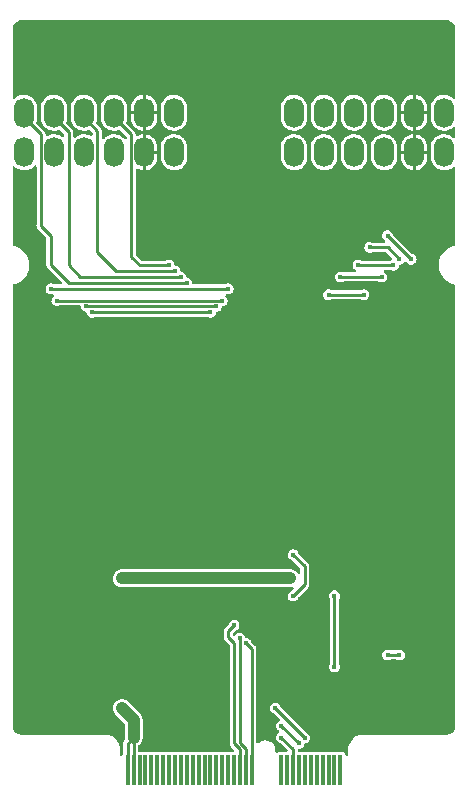
<source format=gbl>
%TF.GenerationSoftware,KiCad,Pcbnew,6.0.0-rc2-unknown-fe148df57e~144~ubuntu20.04.1*%
%TF.CreationDate,2021-12-26T07:15:28-08:00*%
%TF.ProjectId,micromod-pmod-function,6d696372-6f6d-46f6-942d-706d6f642d66,rev?*%
%TF.SameCoordinates,Original*%
%TF.FileFunction,Copper,L2,Bot*%
%TF.FilePolarity,Positive*%
%FSLAX46Y46*%
G04 Gerber Fmt 4.6, Leading zero omitted, Abs format (unit mm)*
G04 Created by KiCad (PCBNEW 6.0.0-rc2-unknown-fe148df57e~144~ubuntu20.04.1) date 2021-12-26 07:15:28*
%MOMM*%
%LPD*%
G01*
G04 APERTURE LIST*
%TA.AperFunction,ComponentPad*%
%ADD10O,1.700000X2.540000*%
%TD*%
%TA.AperFunction,SMDPad,CuDef*%
%ADD11R,0.350000X2.500000*%
%TD*%
%TA.AperFunction,ViaPad*%
%ADD12C,0.400000*%
%TD*%
%TA.AperFunction,Conductor*%
%ADD13C,0.250000*%
%TD*%
%TA.AperFunction,Conductor*%
%ADD14C,1.000000*%
%TD*%
G04 APERTURE END LIST*
D10*
%TO.P,J3,1,D0*%
%TO.N,/CTS*%
X205080000Y-96438500D03*
%TO.P,J3,2,D1*%
%TO.N,/SDO*%
X207620000Y-96438500D03*
%TO.P,J3,3,D2*%
%TO.N,/SDI*%
X210160000Y-96438500D03*
%TO.P,J3,4,D3*%
%TO.N,/SCK*%
X212700000Y-96438500D03*
%TO.P,J3,5,GND1*%
%TO.N,GND*%
X215240000Y-96438500D03*
%TO.P,J3,6,VCC1*%
%TO.N,+3V3*%
X217780000Y-96438500D03*
%TO.P,J3,7,D4*%
%TO.N,/RX*%
X205080000Y-93098500D03*
%TO.P,J3,8,D5*%
%TO.N,/TX*%
X207620000Y-93098500D03*
%TO.P,J3,9,D6*%
%TO.N,SCL*%
X210160000Y-93098500D03*
%TO.P,J3,10,D7*%
%TO.N,SDA*%
X212700000Y-93098500D03*
%TO.P,J3,11,GND2*%
%TO.N,GND*%
X215240000Y-93098500D03*
%TO.P,J3,12,VCC2*%
%TO.N,+3V3*%
X217780000Y-93098500D03*
%TD*%
D11*
%TO.P,J1,2*%
%TO.N,N/C*%
X209000000Y-148750000D03*
%TO.P,J1,4*%
X208500000Y-148750000D03*
%TO.P,J1,6*%
X208000000Y-148750000D03*
%TO.P,J1,8*%
X207500000Y-148750000D03*
%TO.P,J1,10*%
X207000000Y-148750000D03*
%TO.P,J1,12*%
X206500000Y-148750000D03*
%TO.P,J1,14*%
X206000000Y-148750000D03*
%TO.P,J1,16,RTS*%
%TO.N,unconnected-(J1-Pad16)*%
X205500000Y-148750000D03*
%TO.P,J1,18,CTS*%
%TO.N,/CTS*%
X205000000Y-148750000D03*
%TO.P,J1,20*%
%TO.N,N/C*%
X204500000Y-148750000D03*
%TO.P,J1,22*%
X204000000Y-148750000D03*
%TO.P,J1,32,EEPROM_A2*%
%TO.N,/A2*%
X201500000Y-148750000D03*
%TO.P,J1,34,EEPROM_A1*%
%TO.N,/A1*%
X201000000Y-148750000D03*
%TO.P,J1,36,EEPROM_A0*%
%TO.N,/A0*%
X200500000Y-148750000D03*
%TO.P,J1,38,A0*%
%TO.N,unconnected-(J1-Pad38)*%
X200000000Y-148750000D03*
%TO.P,J1,40,EEPROM_WP*%
%TO.N,unconnected-(J1-Pad40)*%
X199500000Y-148750000D03*
%TO.P,J1,42*%
%TO.N,N/C*%
X199000000Y-148750000D03*
%TO.P,J1,44*%
X198500000Y-148750000D03*
%TO.P,J1,46*%
X198000000Y-148750000D03*
%TO.P,J1,48*%
X197500000Y-148750000D03*
%TO.P,J1,50*%
X197000000Y-148750000D03*
%TO.P,J1,52*%
X196500000Y-148750000D03*
%TO.P,J1,54*%
X196000000Y-148750000D03*
%TO.P,J1,56*%
X195500000Y-148750000D03*
%TO.P,J1,58*%
X195000000Y-148750000D03*
%TO.P,J1,60*%
X194500000Y-148750000D03*
%TO.P,J1,62*%
X194000000Y-148750000D03*
%TO.P,J1,64*%
X193500000Y-148750000D03*
%TO.P,J1,66*%
X193000000Y-148750000D03*
%TO.P,J1,68*%
X192500000Y-148750000D03*
%TO.P,J1,70,USB_VIN*%
%TO.N,unconnected-(J1-Pad70)*%
X192000000Y-148750000D03*
%TO.P,J1,72,VCC*%
%TO.N,VCC*%
X191500000Y-148750000D03*
%TO.P,J1,74,VCC*%
X191000000Y-148750000D03*
%TD*%
D10*
%TO.P,J2,1,D0*%
%TO.N,/D0*%
X182220000Y-96438500D03*
%TO.P,J2,2,D1*%
%TO.N,/D1*%
X184760000Y-96438500D03*
%TO.P,J2,3,D2*%
%TO.N,/D2*%
X187300000Y-96438500D03*
%TO.P,J2,4,D3*%
%TO.N,/D3*%
X189840000Y-96438500D03*
%TO.P,J2,5,GND1*%
%TO.N,GND*%
X192380000Y-96438500D03*
%TO.P,J2,6,VCC1*%
%TO.N,+3V3*%
X194920000Y-96438500D03*
%TO.P,J2,7,D4*%
%TO.N,/D4*%
X182220000Y-93098500D03*
%TO.P,J2,8,D5*%
%TO.N,/D5*%
X184760000Y-93098500D03*
%TO.P,J2,9,D6*%
%TO.N,/D6*%
X187300000Y-93098500D03*
%TO.P,J2,10,D7*%
%TO.N,/D7*%
X189840000Y-93098500D03*
%TO.P,J2,11,GND2*%
%TO.N,GND*%
X192380000Y-93098500D03*
%TO.P,J2,12,VCC2*%
%TO.N,+3V3*%
X194920000Y-93098500D03*
%TD*%
D12*
%TO.N,GND*%
X206000000Y-136500000D03*
X191000000Y-140000000D03*
X186000000Y-134000000D03*
X215000000Y-100000000D03*
X186000000Y-142000000D03*
X212000000Y-133500000D03*
X209500000Y-146500000D03*
X193000000Y-101000000D03*
X189500000Y-145500000D03*
X202500000Y-140000000D03*
X199500000Y-147000000D03*
X202500000Y-145000000D03*
%TO.N,VCC*%
X190500000Y-143500000D03*
X191000000Y-144000000D03*
%TO.N,+3V3*%
X204767200Y-132500000D03*
X190500000Y-132500000D03*
%TO.N,/SCK*%
X213000000Y-103500000D03*
X215000000Y-105500000D03*
%TO.N,/SDI*%
X213500000Y-106000000D03*
X210500000Y-106000000D03*
%TO.N,/SDO*%
X208500000Y-134000000D03*
X208500000Y-140000000D03*
X211000000Y-108500000D03*
X208000000Y-108500000D03*
%TO.N,/TX*%
X206000000Y-146000000D03*
X203500000Y-143500000D03*
%TO.N,/RX*%
X205500000Y-146500000D03*
X204000000Y-145000000D03*
%TO.N,/CTS*%
X205000000Y-134000000D03*
X205000000Y-130500000D03*
X204000000Y-146000000D03*
%TO.N,SDA*%
X214000000Y-105500000D03*
X211500000Y-104500000D03*
X213000000Y-139000000D03*
X214000000Y-139000000D03*
%TO.N,SCL*%
X209000000Y-107000000D03*
X212500000Y-107000000D03*
%TO.N,/D0*%
X199500000Y-108000000D03*
X184500000Y-108000000D03*
%TO.N,/D1*%
X185000000Y-109000000D03*
X199000000Y-109000000D03*
%TO.N,/D2*%
X198500000Y-109500000D03*
X187500000Y-109500000D03*
%TO.N,/D3*%
X188000000Y-110000000D03*
X198000000Y-110000000D03*
%TO.N,/D4*%
X196000000Y-107500000D03*
%TO.N,/D5*%
X195500000Y-107000000D03*
%TO.N,/D6*%
X195000000Y-106500000D03*
%TO.N,/D7*%
X194500000Y-106000000D03*
%TO.N,/A2*%
X201000000Y-138000000D03*
%TO.N,/A1*%
X200462835Y-137600142D03*
%TO.N,/A0*%
X200000000Y-136500000D03*
%TD*%
D13*
%TO.N,VCC*%
X191000000Y-148750000D02*
X191000000Y-146500000D01*
D14*
X191500000Y-146000000D02*
X191500000Y-144500000D01*
X191000000Y-144000000D02*
X190500000Y-143500000D01*
X191500000Y-144500000D02*
X191000000Y-144000000D01*
D13*
X191500000Y-148750000D02*
X191500000Y-146000000D01*
X191000000Y-146500000D02*
X191500000Y-146000000D01*
D14*
%TO.N,+3V3*%
X190500000Y-132500000D02*
X204767200Y-132500000D01*
D13*
%TO.N,/SCK*%
X213000000Y-103500000D02*
X215000000Y-105500000D01*
%TO.N,/SDI*%
X210500000Y-106000000D02*
X213500000Y-106000000D01*
%TO.N,/SDO*%
X208500000Y-134000000D02*
X208500000Y-140000000D01*
X208000000Y-108500000D02*
X211000000Y-108500000D01*
%TO.N,/TX*%
X203500000Y-143500000D02*
X206000000Y-146000000D01*
%TO.N,/RX*%
X204000000Y-145000000D02*
X205500000Y-146500000D01*
%TO.N,/CTS*%
X206000000Y-133000000D02*
X206000000Y-131500000D01*
X204000000Y-146000000D02*
X205000000Y-147000000D01*
X205000000Y-147000000D02*
X205000000Y-148750000D01*
X206000000Y-131500000D02*
X205000000Y-130500000D01*
X205000000Y-134000000D02*
X206000000Y-133000000D01*
%TO.N,SDA*%
X214000000Y-139000000D02*
X213000000Y-139000000D01*
X213000000Y-104500000D02*
X214000000Y-105500000D01*
X211500000Y-104500000D02*
X213000000Y-104500000D01*
%TO.N,SCL*%
X212000000Y-107000000D02*
X212500000Y-107000000D01*
X209000000Y-107000000D02*
X212000000Y-107000000D01*
%TO.N,/D0*%
X199500000Y-108000000D02*
X184500000Y-108000000D01*
%TO.N,/D1*%
X199000000Y-109000000D02*
X185000000Y-109000000D01*
%TO.N,/D2*%
X198500000Y-109500000D02*
X187500000Y-109500000D01*
%TO.N,/D3*%
X198000000Y-110000000D02*
X188000000Y-110000000D01*
%TO.N,/D4*%
X196000000Y-107500000D02*
X186000000Y-107500000D01*
X183658480Y-94936980D02*
X182220000Y-93498500D01*
X183658480Y-102658480D02*
X183658480Y-94936980D01*
X184500000Y-106000000D02*
X184500000Y-103500000D01*
X184500000Y-103500000D02*
X183658480Y-102658480D01*
X186000000Y-107500000D02*
X184500000Y-106000000D01*
%TO.N,/D5*%
X187000000Y-107000000D02*
X186000000Y-106000000D01*
X186000000Y-106000000D02*
X186000000Y-94738500D01*
X195500000Y-107000000D02*
X187000000Y-107000000D01*
X186000000Y-94738500D02*
X184760000Y-93498500D01*
%TO.N,/D6*%
X188401520Y-94600020D02*
X187300000Y-93498500D01*
X190000000Y-106500000D02*
X188401520Y-104901520D01*
X195000000Y-106500000D02*
X190000000Y-106500000D01*
X188401520Y-104901520D02*
X188401520Y-94600020D01*
%TO.N,/D7*%
X191278480Y-94936980D02*
X189840000Y-93498500D01*
X192000000Y-106000000D02*
X191278480Y-105278480D01*
X191278480Y-105278480D02*
X191278480Y-94936980D01*
X194500000Y-106000000D02*
X192000000Y-106000000D01*
%TO.N,/A2*%
X201000000Y-138000000D02*
X201500000Y-138500000D01*
X201500000Y-138500000D02*
X201500000Y-148750000D01*
%TO.N,/A1*%
X201000000Y-148750000D02*
X201000000Y-146967534D01*
X201000000Y-146967534D02*
X200462835Y-146430369D01*
X200462835Y-146430369D02*
X200462835Y-137600142D01*
%TO.N,/A0*%
X200500000Y-147000000D02*
X200000000Y-146500000D01*
X200500000Y-148750000D02*
X200500000Y-147000000D01*
X199500000Y-137500000D02*
X199500000Y-137000000D01*
X199500000Y-137000000D02*
X200000000Y-136500000D01*
X200000000Y-146500000D02*
X200000000Y-138000000D01*
X200000000Y-138000000D02*
X199500000Y-137500000D01*
%TD*%
%TA.AperFunction,Conductor*%
%TO.N,GND*%
G36*
X217987153Y-85256421D02*
G01*
X218000000Y-85258976D01*
X218012172Y-85256555D01*
X218019754Y-85256555D01*
X218032104Y-85257162D01*
X218133188Y-85267118D01*
X218157408Y-85271935D01*
X218273617Y-85307187D01*
X218296418Y-85316631D01*
X218403517Y-85373876D01*
X218424047Y-85387594D01*
X218517909Y-85464626D01*
X218535374Y-85482091D01*
X218612406Y-85575953D01*
X218626124Y-85596483D01*
X218683369Y-85703582D01*
X218692813Y-85726383D01*
X218728065Y-85842592D01*
X218732882Y-85866812D01*
X218742838Y-85967896D01*
X218743445Y-85980246D01*
X218743445Y-85987828D01*
X218741024Y-86000000D01*
X218743445Y-86012170D01*
X218743579Y-86012844D01*
X218746000Y-86037425D01*
X218746000Y-91778211D01*
X218725998Y-91846332D01*
X218672342Y-91892825D01*
X218602068Y-91902929D01*
X218537419Y-91873376D01*
X218428835Y-91779150D01*
X218428830Y-91779146D01*
X218424304Y-91775219D01*
X218241874Y-91669681D01*
X218042778Y-91600543D01*
X218036845Y-91599683D01*
X218036842Y-91599682D01*
X217840140Y-91571162D01*
X217840137Y-91571162D01*
X217834200Y-91570301D01*
X217623667Y-91580045D01*
X217617843Y-91581449D01*
X217617840Y-91581449D01*
X217424607Y-91628018D01*
X217424605Y-91628019D01*
X217418774Y-91629424D01*
X217413316Y-91631906D01*
X217413312Y-91631907D01*
X217298706Y-91684016D01*
X217226916Y-91716657D01*
X217055014Y-91838596D01*
X216909272Y-91990840D01*
X216906021Y-91995875D01*
X216811766Y-92141851D01*
X216794948Y-92167897D01*
X216716166Y-92363378D01*
X216675771Y-92570229D01*
X216675500Y-92575770D01*
X216675500Y-93571159D01*
X216690493Y-93728306D01*
X216749823Y-93930542D01*
X216770394Y-93970483D01*
X216803180Y-94034140D01*
X216846324Y-94117910D01*
X216850028Y-94122625D01*
X216972808Y-94278932D01*
X216972812Y-94278936D01*
X216976514Y-94283649D01*
X216981044Y-94287580D01*
X216981045Y-94287581D01*
X217131165Y-94417850D01*
X217131170Y-94417854D01*
X217135696Y-94421781D01*
X217318126Y-94527319D01*
X217517222Y-94596457D01*
X217523155Y-94597317D01*
X217523158Y-94597318D01*
X217719860Y-94625838D01*
X217719863Y-94625838D01*
X217725800Y-94626699D01*
X217936333Y-94616955D01*
X217942157Y-94615551D01*
X217942160Y-94615551D01*
X218135393Y-94568982D01*
X218135395Y-94568981D01*
X218141226Y-94567576D01*
X218146684Y-94565094D01*
X218146688Y-94565093D01*
X218270191Y-94508939D01*
X218333084Y-94480343D01*
X218466179Y-94385932D01*
X218500100Y-94361870D01*
X218500101Y-94361869D01*
X218504986Y-94358404D01*
X218528982Y-94333337D01*
X218590536Y-94297961D01*
X218661446Y-94301479D01*
X218719196Y-94342776D01*
X218745453Y-94408739D01*
X218746000Y-94420468D01*
X218746000Y-95118211D01*
X218725998Y-95186332D01*
X218672342Y-95232825D01*
X218602068Y-95242929D01*
X218537419Y-95213376D01*
X218428835Y-95119150D01*
X218428830Y-95119146D01*
X218424304Y-95115219D01*
X218241874Y-95009681D01*
X218042778Y-94940543D01*
X218036845Y-94939683D01*
X218036842Y-94939682D01*
X217840140Y-94911162D01*
X217840137Y-94911162D01*
X217834200Y-94910301D01*
X217623667Y-94920045D01*
X217617843Y-94921449D01*
X217617840Y-94921449D01*
X217424607Y-94968018D01*
X217424605Y-94968019D01*
X217418774Y-94969424D01*
X217413316Y-94971906D01*
X217413312Y-94971907D01*
X217298706Y-95024016D01*
X217226916Y-95056657D01*
X217055014Y-95178596D01*
X216909272Y-95330840D01*
X216906021Y-95335875D01*
X216811766Y-95481851D01*
X216794948Y-95507897D01*
X216716166Y-95703378D01*
X216675771Y-95910229D01*
X216675500Y-95915770D01*
X216675500Y-96911159D01*
X216690493Y-97068306D01*
X216749823Y-97270542D01*
X216752573Y-97275881D01*
X216803180Y-97374140D01*
X216846324Y-97457910D01*
X216850028Y-97462625D01*
X216972808Y-97618932D01*
X216972812Y-97618936D01*
X216976514Y-97623649D01*
X216981044Y-97627580D01*
X216981045Y-97627581D01*
X217131165Y-97757850D01*
X217131170Y-97757854D01*
X217135696Y-97761781D01*
X217318126Y-97867319D01*
X217517222Y-97936457D01*
X217523155Y-97937317D01*
X217523158Y-97937318D01*
X217719860Y-97965838D01*
X217719863Y-97965838D01*
X217725800Y-97966699D01*
X217936333Y-97956955D01*
X217942157Y-97955551D01*
X217942160Y-97955551D01*
X218135393Y-97908982D01*
X218135395Y-97908981D01*
X218141226Y-97907576D01*
X218146684Y-97905094D01*
X218146688Y-97905093D01*
X218321438Y-97825638D01*
X218333084Y-97820343D01*
X218504986Y-97698404D01*
X218528982Y-97673337D01*
X218590536Y-97637961D01*
X218661446Y-97641479D01*
X218719196Y-97682776D01*
X218745453Y-97748739D01*
X218746000Y-97760468D01*
X218746000Y-104260956D01*
X218725998Y-104329077D01*
X218672342Y-104375570D01*
X218648038Y-104383797D01*
X218515708Y-104414001D01*
X218511108Y-104415051D01*
X218506720Y-104416773D01*
X218506714Y-104416775D01*
X218284736Y-104503895D01*
X218284733Y-104503896D01*
X218280344Y-104505619D01*
X218178435Y-104564456D01*
X218069736Y-104627213D01*
X218069732Y-104627216D01*
X218065656Y-104629569D01*
X218061979Y-104632501D01*
X218061975Y-104632504D01*
X217934168Y-104734427D01*
X217871840Y-104784132D01*
X217868639Y-104787582D01*
X217710549Y-104957963D01*
X217703225Y-104965856D01*
X217700575Y-104969742D01*
X217700574Y-104969744D01*
X217664980Y-105021951D01*
X217563577Y-105170681D01*
X217561532Y-105174928D01*
X217561530Y-105174931D01*
X217460272Y-105385195D01*
X217456017Y-105394031D01*
X217382948Y-105630918D01*
X217382247Y-105635568D01*
X217382246Y-105635573D01*
X217380207Y-105649100D01*
X217346000Y-105876050D01*
X217346000Y-106123950D01*
X217363891Y-106242645D01*
X217378912Y-106342303D01*
X217382948Y-106369082D01*
X217456017Y-106605969D01*
X217458062Y-106610216D01*
X217458063Y-106610218D01*
X217518943Y-106736635D01*
X217563577Y-106829319D01*
X217566232Y-106833213D01*
X217690585Y-107015604D01*
X217703225Y-107034144D01*
X217706424Y-107037591D01*
X217706425Y-107037593D01*
X217790858Y-107128590D01*
X217871840Y-107215868D01*
X217875518Y-107218801D01*
X217875520Y-107218803D01*
X218061975Y-107367496D01*
X218061979Y-107367499D01*
X218065656Y-107370431D01*
X218069732Y-107372784D01*
X218069736Y-107372787D01*
X218158042Y-107423770D01*
X218280344Y-107494381D01*
X218284733Y-107496104D01*
X218284736Y-107496105D01*
X218506714Y-107583225D01*
X218506720Y-107583227D01*
X218511108Y-107584949D01*
X218515707Y-107585999D01*
X218515708Y-107585999D01*
X218648038Y-107616203D01*
X218710000Y-107650862D01*
X218743387Y-107713519D01*
X218746000Y-107739044D01*
X218746000Y-144962575D01*
X218743579Y-144987153D01*
X218741024Y-145000000D01*
X218743445Y-145012172D01*
X218743445Y-145019754D01*
X218742838Y-145032104D01*
X218732882Y-145133188D01*
X218728065Y-145157408D01*
X218692813Y-145273617D01*
X218683369Y-145296418D01*
X218626124Y-145403517D01*
X218612406Y-145424047D01*
X218535374Y-145517909D01*
X218517909Y-145535374D01*
X218424047Y-145612406D01*
X218403517Y-145626124D01*
X218296418Y-145683369D01*
X218273617Y-145692813D01*
X218157408Y-145728065D01*
X218133188Y-145732882D01*
X218032104Y-145742838D01*
X218019754Y-145743445D01*
X218012172Y-145743445D01*
X218000000Y-145741024D01*
X217987153Y-145743579D01*
X217962575Y-145746000D01*
X210962424Y-145746000D01*
X210937846Y-145743579D01*
X210924999Y-145741024D01*
X210915865Y-145742841D01*
X210908191Y-145743445D01*
X210908190Y-145743445D01*
X210896666Y-145744352D01*
X210728224Y-145757609D01*
X210536294Y-145803688D01*
X210423967Y-145850216D01*
X210358503Y-145877332D01*
X210358500Y-145877333D01*
X210353936Y-145879224D01*
X210349718Y-145881809D01*
X210189864Y-145979766D01*
X210189861Y-145979768D01*
X210185638Y-145982356D01*
X210181874Y-145985571D01*
X210181871Y-145985573D01*
X210039303Y-146107339D01*
X210035547Y-146110547D01*
X210032339Y-146114303D01*
X209917567Y-146248683D01*
X209907356Y-146260638D01*
X209904768Y-146264861D01*
X209904766Y-146264864D01*
X209863867Y-146331606D01*
X209804224Y-146428936D01*
X209802333Y-146433500D01*
X209802332Y-146433503D01*
X209778012Y-146492217D01*
X209728688Y-146611294D01*
X209682609Y-146803224D01*
X209667841Y-146990865D01*
X209666024Y-146999999D01*
X209668445Y-147012169D01*
X209668579Y-147012843D01*
X209671000Y-147037424D01*
X209671000Y-147409741D01*
X209650998Y-147477862D01*
X209597342Y-147524355D01*
X209527068Y-147534459D01*
X209462488Y-147504965D01*
X209424104Y-147445239D01*
X209421421Y-147434320D01*
X209417156Y-147412874D01*
X209417155Y-147412872D01*
X209414734Y-147400699D01*
X209358484Y-147316516D01*
X209274301Y-147260266D01*
X209200067Y-147245500D01*
X209000097Y-147245500D01*
X208799934Y-147245501D01*
X208793867Y-147246708D01*
X208793863Y-147246708D01*
X208774578Y-147250544D01*
X208725421Y-147250543D01*
X208700067Y-147245500D01*
X208500081Y-147245500D01*
X208299934Y-147245501D01*
X208293867Y-147246708D01*
X208293863Y-147246708D01*
X208274578Y-147250544D01*
X208225421Y-147250543D01*
X208200067Y-147245500D01*
X208000081Y-147245500D01*
X207799934Y-147245501D01*
X207793867Y-147246708D01*
X207793863Y-147246708D01*
X207774578Y-147250544D01*
X207725421Y-147250543D01*
X207700067Y-147245500D01*
X207500081Y-147245500D01*
X207299934Y-147245501D01*
X207293867Y-147246708D01*
X207293863Y-147246708D01*
X207274578Y-147250544D01*
X207225421Y-147250543D01*
X207200067Y-147245500D01*
X207000081Y-147245500D01*
X206799934Y-147245501D01*
X206793867Y-147246708D01*
X206793863Y-147246708D01*
X206774578Y-147250544D01*
X206725421Y-147250543D01*
X206700067Y-147245500D01*
X206500081Y-147245500D01*
X206299934Y-147245501D01*
X206293867Y-147246708D01*
X206293863Y-147246708D01*
X206274578Y-147250544D01*
X206225421Y-147250543D01*
X206200067Y-147245500D01*
X206000081Y-147245500D01*
X205799934Y-147245501D01*
X205793867Y-147246708D01*
X205793863Y-147246708D01*
X205774578Y-147250544D01*
X205725421Y-147250543D01*
X205700067Y-147245500D01*
X205685061Y-147245500D01*
X205505500Y-147245501D01*
X205437380Y-147225499D01*
X205390887Y-147171844D01*
X205379500Y-147119501D01*
X205379500Y-147080735D01*
X205399502Y-147012614D01*
X205453158Y-146966121D01*
X205507809Y-146954756D01*
X205519580Y-146954972D01*
X205556755Y-146955653D01*
X205641360Y-146932587D01*
X205673701Y-146923770D01*
X205673703Y-146923769D01*
X205682360Y-146921409D01*
X205793306Y-146853288D01*
X205834157Y-146808156D01*
X205874644Y-146763427D01*
X205874645Y-146763426D01*
X205880672Y-146756767D01*
X205893706Y-146729866D01*
X205933522Y-146647685D01*
X205933522Y-146647684D01*
X205937437Y-146639604D01*
X205946532Y-146585545D01*
X205951147Y-146558117D01*
X205982174Y-146494259D01*
X206042800Y-146457313D01*
X206051770Y-146455562D01*
X206056755Y-146455653D01*
X206065411Y-146453293D01*
X206065412Y-146453293D01*
X206173701Y-146423770D01*
X206173703Y-146423769D01*
X206182360Y-146421409D01*
X206250251Y-146379724D01*
X206285658Y-146357984D01*
X206285659Y-146357984D01*
X206293306Y-146353288D01*
X206303249Y-146342303D01*
X206374644Y-146263427D01*
X206374645Y-146263426D01*
X206380672Y-146256767D01*
X206385332Y-146247150D01*
X206433522Y-146147685D01*
X206433522Y-146147684D01*
X206437437Y-146139604D01*
X206459037Y-146011219D01*
X206459174Y-146000000D01*
X206440718Y-145871125D01*
X206386832Y-145752610D01*
X206301850Y-145653983D01*
X206192601Y-145583172D01*
X206119322Y-145561257D01*
X206066329Y-145529635D01*
X203975234Y-143438540D01*
X203943393Y-143384807D01*
X203941990Y-143380010D01*
X203940718Y-143371125D01*
X203911466Y-143306789D01*
X203890548Y-143260782D01*
X203890547Y-143260780D01*
X203886832Y-143252610D01*
X203801850Y-143153983D01*
X203692601Y-143083172D01*
X203567870Y-143045870D01*
X203558894Y-143045815D01*
X203558893Y-143045815D01*
X203505678Y-143045490D01*
X203437683Y-143045074D01*
X203312505Y-143080850D01*
X203202400Y-143150321D01*
X203116219Y-143247903D01*
X203060890Y-143365751D01*
X203059509Y-143374620D01*
X203042979Y-143480783D01*
X203040860Y-143494390D01*
X203057741Y-143623481D01*
X203110174Y-143742645D01*
X203193946Y-143842303D01*
X203201414Y-143847274D01*
X203201415Y-143847275D01*
X203294850Y-143909472D01*
X203294853Y-143909473D01*
X203302320Y-143914444D01*
X203382428Y-143939471D01*
X203433949Y-143970643D01*
X203844131Y-144380825D01*
X203878157Y-144443137D01*
X203873092Y-144513952D01*
X203830545Y-144570788D01*
X203814312Y-144580334D01*
X203812505Y-144580850D01*
X203702400Y-144650321D01*
X203616219Y-144747903D01*
X203560890Y-144865751D01*
X203559509Y-144874620D01*
X203543882Y-144974983D01*
X203540860Y-144994390D01*
X203542024Y-145003292D01*
X203542024Y-145003295D01*
X203556577Y-145114582D01*
X203557741Y-145123481D01*
X203610174Y-145242645D01*
X203693946Y-145342303D01*
X203701414Y-145347274D01*
X203701415Y-145347275D01*
X203773795Y-145395456D01*
X203819417Y-145449854D01*
X203828387Y-145520282D01*
X203797858Y-145584379D01*
X203771213Y-145606903D01*
X203702400Y-145650321D01*
X203616219Y-145747903D01*
X203612404Y-145756028D01*
X203612403Y-145756030D01*
X203610172Y-145760782D01*
X203560890Y-145865751D01*
X203559509Y-145874620D01*
X203542734Y-145982356D01*
X203540860Y-145994390D01*
X203542024Y-146003292D01*
X203542024Y-146003295D01*
X203556541Y-146114303D01*
X203557741Y-146123481D01*
X203610174Y-146242645D01*
X203693946Y-146342303D01*
X203701414Y-146347274D01*
X203701415Y-146347275D01*
X203794850Y-146409472D01*
X203794853Y-146409473D01*
X203802320Y-146414444D01*
X203835206Y-146424718D01*
X203882428Y-146439471D01*
X203933949Y-146470643D01*
X204493712Y-147030406D01*
X204527738Y-147092718D01*
X204522673Y-147163533D01*
X204480126Y-147220369D01*
X204413606Y-147245180D01*
X204404626Y-147245501D01*
X204299934Y-147245501D01*
X204293867Y-147246708D01*
X204293863Y-147246708D01*
X204274578Y-147250544D01*
X204225421Y-147250543D01*
X204200067Y-147245500D01*
X204000017Y-147245500D01*
X203799934Y-147245501D01*
X203764182Y-147252612D01*
X203737874Y-147257844D01*
X203737872Y-147257845D01*
X203725699Y-147260266D01*
X203715379Y-147267162D01*
X203700001Y-147277437D01*
X203632248Y-147298651D01*
X203563782Y-147279868D01*
X203516339Y-147227050D01*
X203504000Y-147172671D01*
X203504000Y-147137425D01*
X203506421Y-147112844D01*
X203506555Y-147112170D01*
X203508976Y-147100000D01*
X203507304Y-147091595D01*
X203491643Y-146932587D01*
X203489847Y-146926667D01*
X203489846Y-146926661D01*
X203444606Y-146777525D01*
X203442811Y-146771607D01*
X203363511Y-146623247D01*
X203256791Y-146493209D01*
X203126753Y-146386489D01*
X203119663Y-146382699D01*
X203053389Y-146347275D01*
X202978393Y-146307189D01*
X202938546Y-146295102D01*
X202823339Y-146260154D01*
X202823333Y-146260153D01*
X202817413Y-146258357D01*
X202650000Y-146241868D01*
X202482587Y-146258357D01*
X202476667Y-146260153D01*
X202476661Y-146260154D01*
X202361454Y-146295102D01*
X202321607Y-146307189D01*
X202246611Y-146347275D01*
X202180338Y-146382699D01*
X202173247Y-146386489D01*
X202085434Y-146458556D01*
X202020087Y-146486310D01*
X201950109Y-146474329D01*
X201897717Y-146426416D01*
X201879500Y-146361157D01*
X201879500Y-139994390D01*
X208040860Y-139994390D01*
X208042024Y-140003292D01*
X208042024Y-140003295D01*
X208056577Y-140114582D01*
X208057741Y-140123481D01*
X208110174Y-140242645D01*
X208193946Y-140342303D01*
X208201414Y-140347274D01*
X208201415Y-140347275D01*
X208294850Y-140409472D01*
X208294853Y-140409473D01*
X208302320Y-140414444D01*
X208310887Y-140417120D01*
X208310888Y-140417121D01*
X208332171Y-140423770D01*
X208426587Y-140453267D01*
X208435560Y-140453431D01*
X208435563Y-140453432D01*
X208492790Y-140454481D01*
X208556755Y-140455653D01*
X208608917Y-140441432D01*
X208673701Y-140423770D01*
X208673703Y-140423769D01*
X208682360Y-140421409D01*
X208793306Y-140353288D01*
X208880672Y-140256767D01*
X208937437Y-140139604D01*
X208959037Y-140011219D01*
X208959174Y-140000000D01*
X208940718Y-139871125D01*
X208937003Y-139862955D01*
X208937001Y-139862947D01*
X208890800Y-139761335D01*
X208879500Y-139709183D01*
X208879500Y-138994390D01*
X212540860Y-138994390D01*
X212542024Y-139003292D01*
X212542024Y-139003295D01*
X212556577Y-139114582D01*
X212557741Y-139123481D01*
X212610174Y-139242645D01*
X212693946Y-139342303D01*
X212701414Y-139347274D01*
X212701415Y-139347275D01*
X212794850Y-139409472D01*
X212794853Y-139409473D01*
X212802320Y-139414444D01*
X212810887Y-139417120D01*
X212810888Y-139417121D01*
X212832171Y-139423770D01*
X212926587Y-139453267D01*
X212935560Y-139453431D01*
X212935563Y-139453432D01*
X212992790Y-139454481D01*
X213056755Y-139455653D01*
X213096590Y-139444793D01*
X213173698Y-139423771D01*
X213173701Y-139423770D01*
X213182360Y-139421409D01*
X213190010Y-139416712D01*
X213190012Y-139416711D01*
X213220282Y-139398125D01*
X213286210Y-139379500D01*
X213711723Y-139379500D01*
X213781542Y-139400613D01*
X213802320Y-139414444D01*
X213926587Y-139453267D01*
X213935560Y-139453431D01*
X213935563Y-139453432D01*
X213992790Y-139454481D01*
X214056755Y-139455653D01*
X214108917Y-139441432D01*
X214173701Y-139423770D01*
X214173703Y-139423769D01*
X214182360Y-139421409D01*
X214293306Y-139353288D01*
X214380672Y-139256767D01*
X214437437Y-139139604D01*
X214459037Y-139011219D01*
X214459174Y-139000000D01*
X214440718Y-138871125D01*
X214386832Y-138752610D01*
X214301850Y-138653983D01*
X214192601Y-138583172D01*
X214067870Y-138545870D01*
X214058894Y-138545815D01*
X214058893Y-138545815D01*
X214005678Y-138545490D01*
X213937683Y-138545074D01*
X213812505Y-138580850D01*
X213780469Y-138601063D01*
X213713236Y-138620500D01*
X213287454Y-138620500D01*
X213218922Y-138600232D01*
X213200133Y-138588054D01*
X213192601Y-138583172D01*
X213067870Y-138545870D01*
X213058894Y-138545815D01*
X213058893Y-138545815D01*
X213005678Y-138545490D01*
X212937683Y-138545074D01*
X212812505Y-138580850D01*
X212804918Y-138585637D01*
X212804916Y-138585638D01*
X212801087Y-138588054D01*
X212702400Y-138650321D01*
X212616219Y-138747903D01*
X212560890Y-138865751D01*
X212540860Y-138994390D01*
X208879500Y-138994390D01*
X208879500Y-134288101D01*
X208892108Y-134233163D01*
X208933522Y-134147684D01*
X208937437Y-134139604D01*
X208959037Y-134011219D01*
X208959174Y-134000000D01*
X208940718Y-133871125D01*
X208886832Y-133752610D01*
X208801850Y-133653983D01*
X208692601Y-133583172D01*
X208567870Y-133545870D01*
X208558894Y-133545815D01*
X208558893Y-133545815D01*
X208505678Y-133545490D01*
X208437683Y-133545074D01*
X208312505Y-133580850D01*
X208304918Y-133585637D01*
X208304916Y-133585638D01*
X208301087Y-133588054D01*
X208202400Y-133650321D01*
X208116219Y-133747903D01*
X208060890Y-133865751D01*
X208040860Y-133994390D01*
X208042024Y-134003292D01*
X208042024Y-134003295D01*
X208049782Y-134062618D01*
X208057741Y-134123481D01*
X208105391Y-134231776D01*
X208109829Y-134241861D01*
X208120500Y-134292607D01*
X208120500Y-139710679D01*
X208108555Y-139764227D01*
X208060890Y-139865751D01*
X208040860Y-139994390D01*
X201879500Y-139994390D01*
X201879500Y-138553920D01*
X201882049Y-138529972D01*
X201882128Y-138528307D01*
X201884320Y-138518124D01*
X201880373Y-138484777D01*
X201880023Y-138478846D01*
X201879928Y-138478854D01*
X201879500Y-138473676D01*
X201879500Y-138468476D01*
X201878646Y-138463344D01*
X201876331Y-138449435D01*
X201875494Y-138443557D01*
X201870694Y-138402999D01*
X201870694Y-138402998D01*
X201869470Y-138392659D01*
X201865507Y-138384407D01*
X201864004Y-138375374D01*
X201839665Y-138330266D01*
X201836969Y-138324975D01*
X201818213Y-138285913D01*
X201818209Y-138285907D01*
X201814781Y-138278768D01*
X201811187Y-138274492D01*
X201809248Y-138272553D01*
X201807492Y-138270638D01*
X201807445Y-138270552D01*
X201807567Y-138270439D01*
X201807095Y-138269904D01*
X201804010Y-138264186D01*
X201764425Y-138227594D01*
X201760860Y-138224165D01*
X201475233Y-137938538D01*
X201443391Y-137884803D01*
X201441991Y-137880016D01*
X201440718Y-137871125D01*
X201397397Y-137775846D01*
X201390548Y-137760782D01*
X201390547Y-137760780D01*
X201386832Y-137752610D01*
X201301850Y-137653983D01*
X201192601Y-137583172D01*
X201067870Y-137545870D01*
X201058894Y-137545815D01*
X201058893Y-137545815D01*
X201046692Y-137545741D01*
X201017615Y-137545563D01*
X200949619Y-137525145D01*
X200903562Y-137471331D01*
X200903553Y-137471267D01*
X200849667Y-137352752D01*
X200764685Y-137254125D01*
X200655436Y-137183314D01*
X200530705Y-137146012D01*
X200521729Y-137145957D01*
X200521728Y-137145957D01*
X200468513Y-137145632D01*
X200400518Y-137145216D01*
X200275340Y-137180992D01*
X200165235Y-137250463D01*
X200159293Y-137257191D01*
X200159292Y-137257192D01*
X200099942Y-137324394D01*
X200039856Y-137362213D01*
X199968863Y-137361543D01*
X199909501Y-137322597D01*
X199880619Y-137257741D01*
X199879500Y-137240987D01*
X199879500Y-137209384D01*
X199899502Y-137141263D01*
X199916405Y-137120289D01*
X200066479Y-136970215D01*
X200122433Y-136937747D01*
X200173700Y-136923770D01*
X200182360Y-136921409D01*
X200293306Y-136853288D01*
X200299330Y-136846633D01*
X200374644Y-136763427D01*
X200374645Y-136763426D01*
X200380672Y-136756767D01*
X200387924Y-136741800D01*
X200433522Y-136647685D01*
X200433522Y-136647684D01*
X200437437Y-136639604D01*
X200459037Y-136511219D01*
X200459174Y-136500000D01*
X200440718Y-136371125D01*
X200386832Y-136252610D01*
X200301850Y-136153983D01*
X200192601Y-136083172D01*
X200067870Y-136045870D01*
X200058894Y-136045815D01*
X200058893Y-136045815D01*
X200005678Y-136045490D01*
X199937683Y-136045074D01*
X199812505Y-136080850D01*
X199702400Y-136150321D01*
X199616219Y-136247903D01*
X199560890Y-136365751D01*
X199559509Y-136374621D01*
X199556884Y-136383206D01*
X199553970Y-136382315D01*
X199530212Y-136432775D01*
X199525051Y-136438254D01*
X199269782Y-136693524D01*
X199251039Y-136708661D01*
X199249810Y-136709779D01*
X199241060Y-136715429D01*
X199234613Y-136723607D01*
X199234611Y-136723609D01*
X199220271Y-136741800D01*
X199216325Y-136746241D01*
X199216398Y-136746303D01*
X199213039Y-136750267D01*
X199209362Y-136753944D01*
X199198108Y-136769692D01*
X199194602Y-136774362D01*
X199162844Y-136814647D01*
X199159812Y-136823281D01*
X199154486Y-136830734D01*
X199151501Y-136840715D01*
X199139799Y-136879844D01*
X199137964Y-136885492D01*
X199120982Y-136933851D01*
X199120500Y-136939416D01*
X199120500Y-136942124D01*
X199120386Y-136944758D01*
X199120357Y-136944856D01*
X199120193Y-136944849D01*
X199120149Y-136945553D01*
X199118287Y-136951778D01*
X199120403Y-137005635D01*
X199120500Y-137010582D01*
X199120500Y-137446080D01*
X199117951Y-137470028D01*
X199117872Y-137471693D01*
X199115680Y-137481876D01*
X199116904Y-137492217D01*
X199119627Y-137515223D01*
X199119977Y-137521154D01*
X199120072Y-137521146D01*
X199120500Y-137526324D01*
X199120500Y-137531524D01*
X199121354Y-137536653D01*
X199121354Y-137536656D01*
X199123669Y-137550565D01*
X199124506Y-137556443D01*
X199127670Y-137583172D01*
X199130530Y-137607341D01*
X199134493Y-137615593D01*
X199135996Y-137624626D01*
X199140943Y-137633795D01*
X199140944Y-137633797D01*
X199160334Y-137669732D01*
X199163031Y-137675025D01*
X199181785Y-137714082D01*
X199181788Y-137714086D01*
X199185219Y-137721232D01*
X199188814Y-137725508D01*
X199190737Y-137727431D01*
X199192509Y-137729363D01*
X199192552Y-137729442D01*
X199192428Y-137729555D01*
X199192904Y-137730095D01*
X199195990Y-137735814D01*
X199203635Y-137742881D01*
X199235586Y-137772416D01*
X199239152Y-137775846D01*
X199583595Y-138120289D01*
X199617621Y-138182601D01*
X199620500Y-138209384D01*
X199620500Y-146446080D01*
X199617951Y-146470028D01*
X199617872Y-146471693D01*
X199615680Y-146481876D01*
X199616904Y-146492217D01*
X199619627Y-146515223D01*
X199619977Y-146521154D01*
X199620072Y-146521146D01*
X199620500Y-146526324D01*
X199620500Y-146531524D01*
X199621354Y-146536653D01*
X199621354Y-146536656D01*
X199623669Y-146550565D01*
X199624506Y-146556443D01*
X199630530Y-146607341D01*
X199634493Y-146615593D01*
X199635996Y-146624626D01*
X199640943Y-146633795D01*
X199640944Y-146633797D01*
X199660334Y-146669732D01*
X199663031Y-146675025D01*
X199681785Y-146714082D01*
X199681788Y-146714086D01*
X199685219Y-146721232D01*
X199688814Y-146725508D01*
X199690737Y-146727431D01*
X199692509Y-146729363D01*
X199692552Y-146729442D01*
X199692428Y-146729555D01*
X199692904Y-146730095D01*
X199695990Y-146735814D01*
X199703635Y-146742881D01*
X199735586Y-146772416D01*
X199739152Y-146775846D01*
X199993712Y-147030406D01*
X200027738Y-147092718D01*
X200022673Y-147163533D01*
X199980126Y-147220369D01*
X199913606Y-147245180D01*
X199904626Y-147245501D01*
X199799934Y-147245501D01*
X199793867Y-147246708D01*
X199793863Y-147246708D01*
X199774578Y-147250544D01*
X199725421Y-147250543D01*
X199700067Y-147245500D01*
X199500081Y-147245500D01*
X199299934Y-147245501D01*
X199293867Y-147246708D01*
X199293863Y-147246708D01*
X199274578Y-147250544D01*
X199225421Y-147250543D01*
X199200067Y-147245500D01*
X199000081Y-147245500D01*
X198799934Y-147245501D01*
X198793867Y-147246708D01*
X198793863Y-147246708D01*
X198774578Y-147250544D01*
X198725421Y-147250543D01*
X198700067Y-147245500D01*
X198500081Y-147245500D01*
X198299934Y-147245501D01*
X198293867Y-147246708D01*
X198293863Y-147246708D01*
X198274578Y-147250544D01*
X198225421Y-147250543D01*
X198200067Y-147245500D01*
X198000081Y-147245500D01*
X197799934Y-147245501D01*
X197793867Y-147246708D01*
X197793863Y-147246708D01*
X197774578Y-147250544D01*
X197725421Y-147250543D01*
X197700067Y-147245500D01*
X197500081Y-147245500D01*
X197299934Y-147245501D01*
X197293867Y-147246708D01*
X197293863Y-147246708D01*
X197274578Y-147250544D01*
X197225421Y-147250543D01*
X197200067Y-147245500D01*
X197000081Y-147245500D01*
X196799934Y-147245501D01*
X196793867Y-147246708D01*
X196793863Y-147246708D01*
X196774578Y-147250544D01*
X196725421Y-147250543D01*
X196700067Y-147245500D01*
X196500081Y-147245500D01*
X196299934Y-147245501D01*
X196293867Y-147246708D01*
X196293863Y-147246708D01*
X196274578Y-147250544D01*
X196225421Y-147250543D01*
X196200067Y-147245500D01*
X196000081Y-147245500D01*
X195799934Y-147245501D01*
X195793867Y-147246708D01*
X195793863Y-147246708D01*
X195774578Y-147250544D01*
X195725421Y-147250543D01*
X195700067Y-147245500D01*
X195500081Y-147245500D01*
X195299934Y-147245501D01*
X195293867Y-147246708D01*
X195293863Y-147246708D01*
X195274578Y-147250544D01*
X195225421Y-147250543D01*
X195200067Y-147245500D01*
X195000081Y-147245500D01*
X194799934Y-147245501D01*
X194793867Y-147246708D01*
X194793863Y-147246708D01*
X194774578Y-147250544D01*
X194725421Y-147250543D01*
X194700067Y-147245500D01*
X194500081Y-147245500D01*
X194299934Y-147245501D01*
X194293867Y-147246708D01*
X194293863Y-147246708D01*
X194274578Y-147250544D01*
X194225421Y-147250543D01*
X194200067Y-147245500D01*
X194000081Y-147245500D01*
X193799934Y-147245501D01*
X193793867Y-147246708D01*
X193793863Y-147246708D01*
X193774578Y-147250544D01*
X193725421Y-147250543D01*
X193700067Y-147245500D01*
X193500081Y-147245500D01*
X193299934Y-147245501D01*
X193293867Y-147246708D01*
X193293863Y-147246708D01*
X193274578Y-147250544D01*
X193225421Y-147250543D01*
X193200067Y-147245500D01*
X193000081Y-147245500D01*
X192799934Y-147245501D01*
X192793867Y-147246708D01*
X192793863Y-147246708D01*
X192774578Y-147250544D01*
X192725421Y-147250543D01*
X192700067Y-147245500D01*
X192500081Y-147245500D01*
X192299934Y-147245501D01*
X192293867Y-147246708D01*
X192293863Y-147246708D01*
X192274578Y-147250544D01*
X192225421Y-147250543D01*
X192200067Y-147245500D01*
X192185061Y-147245500D01*
X192005500Y-147245501D01*
X191937380Y-147225499D01*
X191890887Y-147171844D01*
X191879500Y-147119501D01*
X191879500Y-146721255D01*
X191899502Y-146653134D01*
X191930819Y-146619773D01*
X192012168Y-146559908D01*
X192012173Y-146559904D01*
X192018071Y-146555563D01*
X192131982Y-146421480D01*
X192162475Y-146361764D01*
X192208666Y-146271305D01*
X192208668Y-146271300D01*
X192211993Y-146264788D01*
X192213931Y-146256871D01*
X192244560Y-146131696D01*
X192253811Y-146093892D01*
X192254500Y-146082786D01*
X192254500Y-144566765D01*
X192255933Y-144547815D01*
X192258074Y-144533745D01*
X192258074Y-144533741D01*
X192259174Y-144526511D01*
X192258153Y-144513952D01*
X192254915Y-144474152D01*
X192254500Y-144463937D01*
X192254500Y-144455947D01*
X192253655Y-144448698D01*
X192251229Y-144427887D01*
X192250796Y-144423513D01*
X192245504Y-144358451D01*
X192245503Y-144358448D01*
X192244910Y-144351153D01*
X192242655Y-144344193D01*
X192241481Y-144338316D01*
X192240109Y-144332513D01*
X192239262Y-144325246D01*
X192214476Y-144256963D01*
X192213073Y-144252876D01*
X192190689Y-144183778D01*
X192186890Y-144177517D01*
X192184395Y-144172068D01*
X192181728Y-144166742D01*
X192179232Y-144159866D01*
X192139421Y-144099145D01*
X192137074Y-144095424D01*
X192102332Y-144038170D01*
X192102329Y-144038166D01*
X192099417Y-144033367D01*
X192092051Y-144025027D01*
X192092077Y-144025004D01*
X192089377Y-144021961D01*
X192086782Y-144018857D01*
X192082766Y-144012732D01*
X192026854Y-143959766D01*
X192024413Y-143957389D01*
X191002362Y-142935338D01*
X190899167Y-142853693D01*
X190892538Y-142850595D01*
X190892535Y-142850593D01*
X190812745Y-142813302D01*
X190739778Y-142779199D01*
X190567527Y-142743372D01*
X190391654Y-142748131D01*
X190221592Y-142793221D01*
X190066466Y-142876226D01*
X189934595Y-142992690D01*
X189833053Y-143136369D01*
X189830318Y-143143156D01*
X189830316Y-143143159D01*
X189827922Y-143149100D01*
X189767287Y-143299552D01*
X189766186Y-143306789D01*
X189741926Y-143466255D01*
X189741926Y-143466259D01*
X189740826Y-143473489D01*
X189741419Y-143480780D01*
X189741419Y-143480783D01*
X189753695Y-143631696D01*
X189755090Y-143648847D01*
X189809312Y-143816222D01*
X189900583Y-143966633D01*
X189907949Y-143974974D01*
X189909332Y-143976357D01*
X190407943Y-144474967D01*
X190407949Y-144474974D01*
X190708595Y-144775619D01*
X190742620Y-144837932D01*
X190745500Y-144864715D01*
X190745500Y-146044053D01*
X190752878Y-146107339D01*
X190756305Y-146136732D01*
X190744326Y-146206711D01*
X190730103Y-146229328D01*
X190720271Y-146241800D01*
X190716325Y-146246241D01*
X190716398Y-146246303D01*
X190713039Y-146250267D01*
X190709362Y-146253944D01*
X190698108Y-146269692D01*
X190694602Y-146274362D01*
X190662844Y-146314647D01*
X190659812Y-146323281D01*
X190654486Y-146330734D01*
X190645388Y-146361157D01*
X190639799Y-146379844D01*
X190637964Y-146385492D01*
X190620982Y-146433851D01*
X190620500Y-146439416D01*
X190620500Y-146442124D01*
X190620386Y-146444758D01*
X190620357Y-146444856D01*
X190620193Y-146444849D01*
X190620149Y-146445553D01*
X190618287Y-146451778D01*
X190618696Y-146462183D01*
X190620403Y-146505635D01*
X190620500Y-146510582D01*
X190620500Y-147309746D01*
X190599265Y-147379748D01*
X190585266Y-147400699D01*
X190578579Y-147434317D01*
X190545672Y-147497227D01*
X190483977Y-147532359D01*
X190413082Y-147528559D01*
X190355496Y-147487033D01*
X190329502Y-147420967D01*
X190329000Y-147409736D01*
X190329000Y-147037424D01*
X190331421Y-147012843D01*
X190331555Y-147012169D01*
X190333976Y-146999999D01*
X190332159Y-146990865D01*
X190317391Y-146803224D01*
X190271312Y-146611294D01*
X190221988Y-146492217D01*
X190197668Y-146433503D01*
X190197667Y-146433500D01*
X190195776Y-146428936D01*
X190136133Y-146331606D01*
X190095234Y-146264864D01*
X190095232Y-146264861D01*
X190092644Y-146260638D01*
X190082434Y-146248683D01*
X189967661Y-146114303D01*
X189964453Y-146110547D01*
X189960697Y-146107339D01*
X189818129Y-145985573D01*
X189818126Y-145985571D01*
X189814362Y-145982356D01*
X189810139Y-145979768D01*
X189810136Y-145979766D01*
X189650282Y-145881809D01*
X189646064Y-145879224D01*
X189641500Y-145877333D01*
X189641497Y-145877332D01*
X189576033Y-145850216D01*
X189463706Y-145803688D01*
X189271776Y-145757609D01*
X189103334Y-145744352D01*
X189091810Y-145743445D01*
X189091809Y-145743445D01*
X189084135Y-145742841D01*
X189075001Y-145741024D01*
X189062154Y-145743579D01*
X189037576Y-145746000D01*
X182037425Y-145746000D01*
X182012847Y-145743579D01*
X182000000Y-145741024D01*
X181987828Y-145743445D01*
X181980246Y-145743445D01*
X181967896Y-145742838D01*
X181866812Y-145732882D01*
X181842592Y-145728065D01*
X181726383Y-145692813D01*
X181703582Y-145683369D01*
X181596483Y-145626124D01*
X181575953Y-145612406D01*
X181482091Y-145535374D01*
X181464626Y-145517909D01*
X181387594Y-145424047D01*
X181373876Y-145403517D01*
X181316631Y-145296418D01*
X181307187Y-145273617D01*
X181271935Y-145157408D01*
X181267118Y-145133188D01*
X181257162Y-145032104D01*
X181256555Y-145019754D01*
X181256555Y-145012172D01*
X181258976Y-145000000D01*
X181256421Y-144987153D01*
X181254000Y-144962575D01*
X181254000Y-132541080D01*
X189741476Y-132541080D01*
X189771271Y-132714477D01*
X189840156Y-132876368D01*
X189944437Y-133018071D01*
X190078520Y-133131982D01*
X190122034Y-133154201D01*
X190228695Y-133208666D01*
X190228700Y-133208668D01*
X190235212Y-133211993D01*
X190242318Y-133213732D01*
X190242321Y-133213733D01*
X190310247Y-133230354D01*
X190406108Y-133253811D01*
X190411710Y-133254159D01*
X190411713Y-133254159D01*
X190415275Y-133254380D01*
X190415284Y-133254380D01*
X190417214Y-133254500D01*
X204811253Y-133254500D01*
X204901382Y-133243992D01*
X204971359Y-133255970D01*
X205023753Y-133303881D01*
X205041927Y-133372512D01*
X205020111Y-133440074D01*
X205005067Y-133458239D01*
X204933531Y-133529775D01*
X204879061Y-133561828D01*
X204812505Y-133580850D01*
X204702400Y-133650321D01*
X204616219Y-133747903D01*
X204560890Y-133865751D01*
X204540860Y-133994390D01*
X204542024Y-134003292D01*
X204542024Y-134003295D01*
X204549782Y-134062618D01*
X204557741Y-134123481D01*
X204610174Y-134242645D01*
X204693946Y-134342303D01*
X204701414Y-134347274D01*
X204701415Y-134347275D01*
X204794850Y-134409472D01*
X204794853Y-134409473D01*
X204802320Y-134414444D01*
X204810887Y-134417120D01*
X204810888Y-134417121D01*
X204832171Y-134423770D01*
X204926587Y-134453267D01*
X204935560Y-134453431D01*
X204935563Y-134453432D01*
X204992790Y-134454481D01*
X205056755Y-134455653D01*
X205108917Y-134441432D01*
X205173701Y-134423770D01*
X205173703Y-134423769D01*
X205182360Y-134421409D01*
X205293306Y-134353288D01*
X205309467Y-134335434D01*
X205374644Y-134263427D01*
X205374645Y-134263426D01*
X205380672Y-134256767D01*
X205433523Y-134147684D01*
X205433523Y-134147682D01*
X205437437Y-134139604D01*
X205438926Y-134130753D01*
X205441656Y-134122199D01*
X205443115Y-134122665D01*
X205474076Y-134062618D01*
X206230216Y-133306478D01*
X206248964Y-133291336D01*
X206250189Y-133290221D01*
X206258940Y-133284571D01*
X206265387Y-133276393D01*
X206265389Y-133276391D01*
X206279729Y-133258200D01*
X206283676Y-133253758D01*
X206283603Y-133253696D01*
X206286961Y-133249733D01*
X206290638Y-133246056D01*
X206295493Y-133239262D01*
X206301859Y-133230354D01*
X206305422Y-133225608D01*
X206330707Y-133193533D01*
X206337156Y-133185353D01*
X206340189Y-133176717D01*
X206345514Y-133169265D01*
X206360204Y-133120145D01*
X206362039Y-133114498D01*
X206376391Y-133073630D01*
X206376391Y-133073628D01*
X206379018Y-133066149D01*
X206379500Y-133060584D01*
X206379500Y-133057877D01*
X206379614Y-133055245D01*
X206379644Y-133055144D01*
X206379807Y-133055151D01*
X206379851Y-133054451D01*
X206381714Y-133048222D01*
X206379597Y-132994350D01*
X206379500Y-132989402D01*
X206379500Y-131553925D01*
X206382050Y-131529967D01*
X206382128Y-131528308D01*
X206384321Y-131518124D01*
X206383097Y-131507782D01*
X206383097Y-131507779D01*
X206380374Y-131484779D01*
X206380024Y-131478848D01*
X206379928Y-131478856D01*
X206379500Y-131473680D01*
X206379500Y-131468476D01*
X206376327Y-131449412D01*
X206375496Y-131443566D01*
X206370694Y-131403001D01*
X206369470Y-131392659D01*
X206365507Y-131384407D01*
X206364004Y-131375374D01*
X206339656Y-131330248D01*
X206336982Y-131325002D01*
X206314781Y-131278769D01*
X206311187Y-131274493D01*
X206309247Y-131272553D01*
X206307493Y-131270641D01*
X206307445Y-131270552D01*
X206307568Y-131270440D01*
X206307095Y-131269904D01*
X206304010Y-131264186D01*
X206264413Y-131227583D01*
X206260848Y-131224154D01*
X205475234Y-130438540D01*
X205443393Y-130384807D01*
X205441990Y-130380010D01*
X205440718Y-130371125D01*
X205386832Y-130252610D01*
X205301850Y-130153983D01*
X205192601Y-130083172D01*
X205067870Y-130045870D01*
X205058894Y-130045815D01*
X205058893Y-130045815D01*
X205005678Y-130045490D01*
X204937683Y-130045074D01*
X204812505Y-130080850D01*
X204702400Y-130150321D01*
X204616219Y-130247903D01*
X204560890Y-130365751D01*
X204540860Y-130494390D01*
X204557741Y-130623481D01*
X204610174Y-130742645D01*
X204693946Y-130842303D01*
X204701414Y-130847274D01*
X204701415Y-130847275D01*
X204794850Y-130909472D01*
X204794853Y-130909473D01*
X204802320Y-130914444D01*
X204882428Y-130939471D01*
X204933949Y-130970643D01*
X205583595Y-131620289D01*
X205617621Y-131682601D01*
X205620500Y-131709384D01*
X205620500Y-132002714D01*
X205600498Y-132070835D01*
X205546842Y-132117328D01*
X205476568Y-132127432D01*
X205411988Y-132097938D01*
X205393018Y-132077396D01*
X205327104Y-131987828D01*
X205322763Y-131981929D01*
X205188680Y-131868018D01*
X205096147Y-131820768D01*
X205038505Y-131791334D01*
X205038500Y-131791332D01*
X205031988Y-131788007D01*
X205024882Y-131786268D01*
X205024879Y-131786267D01*
X204930753Y-131763235D01*
X204861092Y-131746189D01*
X204855490Y-131745841D01*
X204855487Y-131745841D01*
X204851925Y-131745620D01*
X204851916Y-131745620D01*
X204849986Y-131745500D01*
X190455947Y-131745500D01*
X190364050Y-131756214D01*
X190332518Y-131759890D01*
X190332516Y-131759890D01*
X190325246Y-131760738D01*
X190318369Y-131763234D01*
X190318366Y-131763235D01*
X190250121Y-131788007D01*
X190159866Y-131820768D01*
X190153749Y-131824778D01*
X190153746Y-131824780D01*
X190092874Y-131864690D01*
X190012732Y-131917234D01*
X189891736Y-132044960D01*
X189803368Y-132197096D01*
X189752370Y-132365480D01*
X189741476Y-132541080D01*
X181254000Y-132541080D01*
X181254000Y-107739044D01*
X181274002Y-107670923D01*
X181327658Y-107624430D01*
X181351962Y-107616203D01*
X181484292Y-107585999D01*
X181484293Y-107585999D01*
X181488892Y-107584949D01*
X181493280Y-107583227D01*
X181493286Y-107583225D01*
X181715264Y-107496105D01*
X181715267Y-107496104D01*
X181719656Y-107494381D01*
X181841958Y-107423770D01*
X181930264Y-107372787D01*
X181930268Y-107372784D01*
X181934344Y-107370431D01*
X181938021Y-107367499D01*
X181938025Y-107367496D01*
X182124480Y-107218803D01*
X182124482Y-107218801D01*
X182128160Y-107215868D01*
X182209142Y-107128590D01*
X182293575Y-107037593D01*
X182293576Y-107037591D01*
X182296775Y-107034144D01*
X182309416Y-107015604D01*
X182433768Y-106833213D01*
X182436423Y-106829319D01*
X182481058Y-106736635D01*
X182541937Y-106610218D01*
X182541938Y-106610216D01*
X182543983Y-106605969D01*
X182617052Y-106369082D01*
X182621089Y-106342303D01*
X182636109Y-106242645D01*
X182654000Y-106123950D01*
X182654000Y-105876050D01*
X182619793Y-105649100D01*
X182617754Y-105635573D01*
X182617753Y-105635568D01*
X182617052Y-105630918D01*
X182543983Y-105394031D01*
X182539728Y-105385195D01*
X182438470Y-105174931D01*
X182438468Y-105174928D01*
X182436423Y-105170681D01*
X182335020Y-105021951D01*
X182299426Y-104969744D01*
X182299425Y-104969742D01*
X182296775Y-104965856D01*
X182289452Y-104957963D01*
X182131361Y-104787582D01*
X182128160Y-104784132D01*
X182065832Y-104734427D01*
X181938025Y-104632504D01*
X181938021Y-104632501D01*
X181934344Y-104629569D01*
X181930268Y-104627216D01*
X181930264Y-104627213D01*
X181821565Y-104564456D01*
X181719656Y-104505619D01*
X181715267Y-104503896D01*
X181715264Y-104503895D01*
X181493286Y-104416775D01*
X181493280Y-104416773D01*
X181488892Y-104415051D01*
X181484292Y-104414001D01*
X181351962Y-104383797D01*
X181290000Y-104349138D01*
X181256613Y-104286481D01*
X181254000Y-104260956D01*
X181254000Y-97758789D01*
X181274002Y-97690668D01*
X181327658Y-97644175D01*
X181397932Y-97634071D01*
X181462581Y-97663624D01*
X181571165Y-97757850D01*
X181571170Y-97757854D01*
X181575696Y-97761781D01*
X181758126Y-97867319D01*
X181957222Y-97936457D01*
X181963155Y-97937317D01*
X181963158Y-97937318D01*
X182159860Y-97965838D01*
X182159863Y-97965838D01*
X182165800Y-97966699D01*
X182376333Y-97956955D01*
X182382157Y-97955551D01*
X182382160Y-97955551D01*
X182575393Y-97908982D01*
X182575395Y-97908981D01*
X182581226Y-97907576D01*
X182586684Y-97905094D01*
X182586688Y-97905093D01*
X182761438Y-97825638D01*
X182773084Y-97820343D01*
X182944986Y-97698404D01*
X183061963Y-97576209D01*
X183123517Y-97540833D01*
X183194427Y-97544352D01*
X183252177Y-97585648D01*
X183278433Y-97651612D01*
X183278980Y-97663340D01*
X183278980Y-102604560D01*
X183276431Y-102628508D01*
X183276352Y-102630173D01*
X183274160Y-102640356D01*
X183275384Y-102650697D01*
X183278107Y-102673703D01*
X183278457Y-102679634D01*
X183278552Y-102679626D01*
X183278980Y-102684804D01*
X183278980Y-102690004D01*
X183279834Y-102695133D01*
X183279834Y-102695136D01*
X183282149Y-102709045D01*
X183282986Y-102714923D01*
X183289010Y-102765821D01*
X183292973Y-102774073D01*
X183294476Y-102783106D01*
X183299423Y-102792275D01*
X183299424Y-102792277D01*
X183318814Y-102828212D01*
X183321511Y-102833505D01*
X183340265Y-102872562D01*
X183340268Y-102872566D01*
X183343699Y-102879712D01*
X183347294Y-102883988D01*
X183349217Y-102885911D01*
X183350989Y-102887843D01*
X183351032Y-102887922D01*
X183350908Y-102888035D01*
X183351384Y-102888575D01*
X183354470Y-102894294D01*
X183362115Y-102901361D01*
X183394066Y-102930896D01*
X183397632Y-102934326D01*
X184083595Y-103620289D01*
X184117621Y-103682601D01*
X184120500Y-103709384D01*
X184120500Y-105946080D01*
X184117951Y-105970028D01*
X184117872Y-105971693D01*
X184115680Y-105981876D01*
X184116904Y-105992217D01*
X184119627Y-106015223D01*
X184119977Y-106021154D01*
X184120072Y-106021146D01*
X184120500Y-106026324D01*
X184120500Y-106031524D01*
X184121354Y-106036653D01*
X184121354Y-106036656D01*
X184123669Y-106050565D01*
X184124506Y-106056443D01*
X184127720Y-106083595D01*
X184130530Y-106107341D01*
X184134493Y-106115593D01*
X184135996Y-106124626D01*
X184140943Y-106133795D01*
X184140944Y-106133797D01*
X184160334Y-106169732D01*
X184163031Y-106175025D01*
X184181785Y-106214082D01*
X184181788Y-106214086D01*
X184185219Y-106221232D01*
X184188814Y-106225508D01*
X184190737Y-106227431D01*
X184192509Y-106229363D01*
X184192552Y-106229442D01*
X184192428Y-106229555D01*
X184192904Y-106230095D01*
X184195990Y-106235814D01*
X184203635Y-106242881D01*
X184235586Y-106272416D01*
X184239152Y-106275846D01*
X185368711Y-107405405D01*
X185402737Y-107467717D01*
X185397672Y-107538532D01*
X185355125Y-107595368D01*
X185288605Y-107620179D01*
X185279616Y-107620500D01*
X184787454Y-107620500D01*
X184718922Y-107600232D01*
X184700133Y-107588054D01*
X184692601Y-107583172D01*
X184567870Y-107545870D01*
X184558894Y-107545815D01*
X184558893Y-107545815D01*
X184505678Y-107545490D01*
X184437683Y-107545074D01*
X184312505Y-107580850D01*
X184304918Y-107585637D01*
X184304916Y-107585638D01*
X184280471Y-107601062D01*
X184202400Y-107650321D01*
X184116219Y-107747903D01*
X184060890Y-107865751D01*
X184040860Y-107994390D01*
X184042024Y-108003292D01*
X184042024Y-108003295D01*
X184054809Y-108101062D01*
X184057741Y-108123481D01*
X184110174Y-108242645D01*
X184193946Y-108342303D01*
X184201414Y-108347274D01*
X184201415Y-108347275D01*
X184294850Y-108409472D01*
X184294853Y-108409473D01*
X184302320Y-108414444D01*
X184310887Y-108417120D01*
X184310888Y-108417121D01*
X184332171Y-108423770D01*
X184426587Y-108453267D01*
X184435560Y-108453431D01*
X184435563Y-108453432D01*
X184492790Y-108454481D01*
X184556755Y-108455653D01*
X184565417Y-108453292D01*
X184565421Y-108453291D01*
X184568564Y-108452434D01*
X184571794Y-108452497D01*
X184574322Y-108452182D01*
X184574367Y-108452547D01*
X184639547Y-108453816D01*
X184698515Y-108493355D01*
X184726745Y-108558498D01*
X184715275Y-108628562D01*
X184696144Y-108657405D01*
X184680248Y-108675404D01*
X184622161Y-108741174D01*
X184622159Y-108741178D01*
X184616219Y-108747903D01*
X184612404Y-108756028D01*
X184612403Y-108756030D01*
X184571899Y-108842303D01*
X184560890Y-108865751D01*
X184559509Y-108874620D01*
X184546892Y-108955653D01*
X184540860Y-108994390D01*
X184542024Y-109003292D01*
X184542024Y-109003295D01*
X184556577Y-109114582D01*
X184557741Y-109123481D01*
X184610174Y-109242645D01*
X184693946Y-109342303D01*
X184701414Y-109347274D01*
X184701415Y-109347275D01*
X184794850Y-109409472D01*
X184794853Y-109409473D01*
X184802320Y-109414444D01*
X184810887Y-109417120D01*
X184810888Y-109417121D01*
X184832171Y-109423770D01*
X184926587Y-109453267D01*
X184935560Y-109453431D01*
X184935563Y-109453432D01*
X184992790Y-109454481D01*
X185056755Y-109455653D01*
X185096590Y-109444793D01*
X185173698Y-109423771D01*
X185173701Y-109423770D01*
X185182360Y-109421409D01*
X185190010Y-109416712D01*
X185190012Y-109416711D01*
X185220282Y-109398125D01*
X185286210Y-109379500D01*
X186915988Y-109379500D01*
X186984109Y-109399502D01*
X187030602Y-109453158D01*
X187039349Y-109494588D01*
X187040860Y-109494390D01*
X187057741Y-109623481D01*
X187110174Y-109742645D01*
X187193946Y-109842303D01*
X187201414Y-109847274D01*
X187201415Y-109847275D01*
X187294850Y-109909472D01*
X187294853Y-109909473D01*
X187302320Y-109914444D01*
X187310887Y-109917120D01*
X187310888Y-109917121D01*
X187324614Y-109921409D01*
X187426587Y-109953267D01*
X187435563Y-109953432D01*
X187444424Y-109954867D01*
X187443835Y-109958502D01*
X187494912Y-109974509D01*
X187540427Y-110028997D01*
X187549821Y-110062918D01*
X187557741Y-110123481D01*
X187610174Y-110242645D01*
X187693946Y-110342303D01*
X187701414Y-110347274D01*
X187701415Y-110347275D01*
X187794850Y-110409472D01*
X187794853Y-110409473D01*
X187802320Y-110414444D01*
X187810887Y-110417120D01*
X187810888Y-110417121D01*
X187832171Y-110423770D01*
X187926587Y-110453267D01*
X187935560Y-110453431D01*
X187935563Y-110453432D01*
X187992790Y-110454481D01*
X188056755Y-110455653D01*
X188096590Y-110444793D01*
X188173698Y-110423771D01*
X188173701Y-110423770D01*
X188182360Y-110421409D01*
X188190010Y-110416712D01*
X188190012Y-110416711D01*
X188220282Y-110398125D01*
X188286210Y-110379500D01*
X197711723Y-110379500D01*
X197781542Y-110400613D01*
X197802320Y-110414444D01*
X197926587Y-110453267D01*
X197935560Y-110453431D01*
X197935563Y-110453432D01*
X197992790Y-110454481D01*
X198056755Y-110455653D01*
X198108917Y-110441432D01*
X198173701Y-110423770D01*
X198173703Y-110423769D01*
X198182360Y-110421409D01*
X198293306Y-110353288D01*
X198380672Y-110256767D01*
X198437437Y-110139604D01*
X198451147Y-110058117D01*
X198482174Y-109994259D01*
X198542800Y-109957313D01*
X198551770Y-109955562D01*
X198556755Y-109955653D01*
X198565411Y-109953293D01*
X198565412Y-109953293D01*
X198673701Y-109923770D01*
X198673703Y-109923769D01*
X198682360Y-109921409D01*
X198793306Y-109853288D01*
X198880672Y-109756767D01*
X198937437Y-109639604D01*
X198951147Y-109558117D01*
X198982174Y-109494259D01*
X199042800Y-109457313D01*
X199051770Y-109455562D01*
X199056755Y-109455653D01*
X199065411Y-109453293D01*
X199065412Y-109453293D01*
X199173701Y-109423770D01*
X199173703Y-109423769D01*
X199182360Y-109421409D01*
X199293306Y-109353288D01*
X199380672Y-109256767D01*
X199437437Y-109139604D01*
X199459037Y-109011219D01*
X199459174Y-109000000D01*
X199440718Y-108871125D01*
X199413775Y-108811868D01*
X199390548Y-108760782D01*
X199390547Y-108760780D01*
X199386832Y-108752610D01*
X199304995Y-108657633D01*
X199275681Y-108592971D01*
X199285980Y-108522725D01*
X199310671Y-108494390D01*
X207540860Y-108494390D01*
X207542024Y-108503292D01*
X207542024Y-108503295D01*
X207547592Y-108545870D01*
X207557741Y-108623481D01*
X207610174Y-108742645D01*
X207693946Y-108842303D01*
X207701414Y-108847274D01*
X207701415Y-108847275D01*
X207794850Y-108909472D01*
X207794853Y-108909473D01*
X207802320Y-108914444D01*
X207810887Y-108917120D01*
X207810888Y-108917121D01*
X207832171Y-108923770D01*
X207926587Y-108953267D01*
X207935560Y-108953431D01*
X207935563Y-108953432D01*
X207992790Y-108954481D01*
X208056755Y-108955653D01*
X208096590Y-108944793D01*
X208173698Y-108923771D01*
X208173701Y-108923770D01*
X208182360Y-108921409D01*
X208190010Y-108916712D01*
X208190012Y-108916711D01*
X208220282Y-108898125D01*
X208286210Y-108879500D01*
X210711723Y-108879500D01*
X210781542Y-108900613D01*
X210802320Y-108914444D01*
X210926587Y-108953267D01*
X210935560Y-108953431D01*
X210935563Y-108953432D01*
X210992790Y-108954481D01*
X211056755Y-108955653D01*
X211108917Y-108941432D01*
X211173701Y-108923770D01*
X211173703Y-108923769D01*
X211182360Y-108921409D01*
X211293306Y-108853288D01*
X211380672Y-108756767D01*
X211430471Y-108653983D01*
X211433522Y-108647685D01*
X211433522Y-108647684D01*
X211437437Y-108639604D01*
X211459037Y-108511219D01*
X211459174Y-108500000D01*
X211440718Y-108371125D01*
X211413775Y-108311867D01*
X211390548Y-108260782D01*
X211390547Y-108260780D01*
X211386832Y-108252610D01*
X211301850Y-108153983D01*
X211192601Y-108083172D01*
X211067870Y-108045870D01*
X211058894Y-108045815D01*
X211058893Y-108045815D01*
X211005678Y-108045490D01*
X210937683Y-108045074D01*
X210812505Y-108080850D01*
X210780469Y-108101063D01*
X210713236Y-108120500D01*
X208287454Y-108120500D01*
X208218922Y-108100232D01*
X208200133Y-108088054D01*
X208192601Y-108083172D01*
X208067870Y-108045870D01*
X208058894Y-108045815D01*
X208058893Y-108045815D01*
X208005678Y-108045490D01*
X207937683Y-108045074D01*
X207812505Y-108080850D01*
X207702400Y-108150321D01*
X207616219Y-108247903D01*
X207612404Y-108256028D01*
X207612403Y-108256030D01*
X207571899Y-108342303D01*
X207560890Y-108365751D01*
X207559509Y-108374620D01*
X207546892Y-108455653D01*
X207540860Y-108494390D01*
X199310671Y-108494390D01*
X199332622Y-108469199D01*
X199400798Y-108449386D01*
X199418912Y-108450869D01*
X199426587Y-108453267D01*
X199435560Y-108453431D01*
X199435563Y-108453432D01*
X199492790Y-108454481D01*
X199556755Y-108455653D01*
X199608917Y-108441432D01*
X199673701Y-108423770D01*
X199673703Y-108423769D01*
X199682360Y-108421409D01*
X199793306Y-108353288D01*
X199880672Y-108256767D01*
X199888227Y-108241175D01*
X199933522Y-108147685D01*
X199933522Y-108147684D01*
X199937437Y-108139604D01*
X199959037Y-108011219D01*
X199959174Y-108000000D01*
X199940718Y-107871125D01*
X199886832Y-107752610D01*
X199844341Y-107703296D01*
X199807713Y-107660787D01*
X199807712Y-107660786D01*
X199801850Y-107653983D01*
X199692601Y-107583172D01*
X199567870Y-107545870D01*
X199558894Y-107545815D01*
X199558893Y-107545815D01*
X199505678Y-107545490D01*
X199437683Y-107545074D01*
X199312505Y-107580850D01*
X199280469Y-107601063D01*
X199213236Y-107620500D01*
X196584706Y-107620500D01*
X196516585Y-107600498D01*
X196470092Y-107546842D01*
X196459133Y-107503329D01*
X196459174Y-107500000D01*
X196458370Y-107494381D01*
X196441991Y-107380015D01*
X196440718Y-107371125D01*
X196408786Y-107300894D01*
X196390548Y-107260782D01*
X196390547Y-107260780D01*
X196386832Y-107252610D01*
X196301850Y-107153983D01*
X196192601Y-107083172D01*
X196067870Y-107045870D01*
X196058893Y-107045815D01*
X196056497Y-107045457D01*
X195992081Y-107015604D01*
X195978614Y-106994390D01*
X208540860Y-106994390D01*
X208542024Y-107003292D01*
X208542024Y-107003295D01*
X208556577Y-107114582D01*
X208557741Y-107123481D01*
X208610174Y-107242645D01*
X208693946Y-107342303D01*
X208701414Y-107347274D01*
X208701415Y-107347275D01*
X208794850Y-107409472D01*
X208794853Y-107409473D01*
X208802320Y-107414444D01*
X208810887Y-107417120D01*
X208810888Y-107417121D01*
X208857757Y-107431763D01*
X208926587Y-107453267D01*
X208935560Y-107453431D01*
X208935563Y-107453432D01*
X208992790Y-107454481D01*
X209056755Y-107455653D01*
X209096590Y-107444793D01*
X209173698Y-107423771D01*
X209173701Y-107423770D01*
X209182360Y-107421409D01*
X209190010Y-107416712D01*
X209190012Y-107416711D01*
X209220282Y-107398125D01*
X209286210Y-107379500D01*
X212211723Y-107379500D01*
X212281542Y-107400613D01*
X212302320Y-107414444D01*
X212426587Y-107453267D01*
X212435560Y-107453431D01*
X212435563Y-107453432D01*
X212492790Y-107454481D01*
X212556755Y-107455653D01*
X212608917Y-107441432D01*
X212673701Y-107423770D01*
X212673703Y-107423769D01*
X212682360Y-107421409D01*
X212793306Y-107353288D01*
X212809467Y-107335434D01*
X212874644Y-107263427D01*
X212874645Y-107263426D01*
X212880672Y-107256767D01*
X212899066Y-107218803D01*
X212933522Y-107147685D01*
X212933522Y-107147684D01*
X212937437Y-107139604D01*
X212959037Y-107011219D01*
X212959174Y-107000000D01*
X212940718Y-106871125D01*
X212886832Y-106752610D01*
X212801850Y-106653983D01*
X212735894Y-106611233D01*
X212689610Y-106557397D01*
X212679779Y-106487084D01*
X212709523Y-106422619D01*
X212769397Y-106384467D01*
X212804426Y-106379500D01*
X213211723Y-106379500D01*
X213281542Y-106400613D01*
X213302320Y-106414444D01*
X213426587Y-106453267D01*
X213435560Y-106453431D01*
X213435563Y-106453432D01*
X213492790Y-106454481D01*
X213556755Y-106455653D01*
X213618923Y-106438704D01*
X213673701Y-106423770D01*
X213673703Y-106423769D01*
X213682360Y-106421409D01*
X213793306Y-106353288D01*
X213865002Y-106274079D01*
X213874644Y-106263427D01*
X213874645Y-106263426D01*
X213880672Y-106256767D01*
X213894118Y-106229016D01*
X213933522Y-106147685D01*
X213933522Y-106147684D01*
X213937437Y-106139604D01*
X213951147Y-106058117D01*
X213982174Y-105994259D01*
X214042800Y-105957313D01*
X214051770Y-105955562D01*
X214056755Y-105955653D01*
X214065411Y-105953293D01*
X214065412Y-105953293D01*
X214173701Y-105923770D01*
X214173703Y-105923769D01*
X214182360Y-105921409D01*
X214293306Y-105853288D01*
X214325791Y-105817399D01*
X214374644Y-105763427D01*
X214374645Y-105763426D01*
X214380672Y-105756767D01*
X214386003Y-105745764D01*
X214388166Y-105743379D01*
X214389605Y-105741246D01*
X214389913Y-105741454D01*
X214433702Y-105693182D01*
X214502260Y-105674734D01*
X214569908Y-105696279D01*
X214606367Y-105734120D01*
X214606558Y-105734427D01*
X214610174Y-105742645D01*
X214693946Y-105842303D01*
X214701414Y-105847274D01*
X214701415Y-105847275D01*
X214794850Y-105909472D01*
X214794853Y-105909473D01*
X214802320Y-105914444D01*
X214810887Y-105917120D01*
X214810888Y-105917121D01*
X214832171Y-105923770D01*
X214926587Y-105953267D01*
X214935560Y-105953431D01*
X214935563Y-105953432D01*
X214992790Y-105954481D01*
X215056755Y-105955653D01*
X215118923Y-105938704D01*
X215173701Y-105923770D01*
X215173703Y-105923769D01*
X215182360Y-105921409D01*
X215293306Y-105853288D01*
X215325791Y-105817399D01*
X215374644Y-105763427D01*
X215374645Y-105763426D01*
X215380672Y-105756767D01*
X215387159Y-105743379D01*
X215433522Y-105647685D01*
X215433522Y-105647684D01*
X215437437Y-105639604D01*
X215459037Y-105511219D01*
X215459174Y-105500000D01*
X215440718Y-105371125D01*
X215386832Y-105252610D01*
X215321998Y-105177366D01*
X215307713Y-105160787D01*
X215307712Y-105160786D01*
X215301850Y-105153983D01*
X215192601Y-105083172D01*
X215119322Y-105061257D01*
X215066329Y-105029635D01*
X213475234Y-103438540D01*
X213443393Y-103384807D01*
X213441990Y-103380010D01*
X213440718Y-103371125D01*
X213434580Y-103357625D01*
X213390548Y-103260782D01*
X213390547Y-103260780D01*
X213386832Y-103252610D01*
X213301850Y-103153983D01*
X213192601Y-103083172D01*
X213067870Y-103045870D01*
X213058894Y-103045815D01*
X213058893Y-103045815D01*
X213005678Y-103045490D01*
X212937683Y-103045074D01*
X212812505Y-103080850D01*
X212702400Y-103150321D01*
X212616219Y-103247903D01*
X212612404Y-103256028D01*
X212612403Y-103256030D01*
X212601728Y-103278768D01*
X212560890Y-103365751D01*
X212559509Y-103374620D01*
X212542357Y-103484777D01*
X212540860Y-103494390D01*
X212542024Y-103503292D01*
X212542024Y-103503295D01*
X212556577Y-103614582D01*
X212557741Y-103623481D01*
X212610174Y-103742645D01*
X212693946Y-103842303D01*
X212701417Y-103847276D01*
X212701418Y-103847277D01*
X212765017Y-103889613D01*
X212810640Y-103944011D01*
X212819610Y-104014438D01*
X212789081Y-104078536D01*
X212728744Y-104115952D01*
X212695198Y-104120500D01*
X211787454Y-104120500D01*
X211718922Y-104100232D01*
X211700133Y-104088054D01*
X211692601Y-104083172D01*
X211567870Y-104045870D01*
X211558894Y-104045815D01*
X211558893Y-104045815D01*
X211505678Y-104045490D01*
X211437683Y-104045074D01*
X211312505Y-104080850D01*
X211202400Y-104150321D01*
X211116219Y-104247903D01*
X211112404Y-104256028D01*
X211112403Y-104256030D01*
X211098107Y-104286481D01*
X211060890Y-104365751D01*
X211059509Y-104374620D01*
X211053214Y-104415051D01*
X211040860Y-104494390D01*
X211042024Y-104503292D01*
X211042024Y-104503295D01*
X211042328Y-104505619D01*
X211057741Y-104623481D01*
X211110174Y-104742645D01*
X211193946Y-104842303D01*
X211201414Y-104847274D01*
X211201415Y-104847275D01*
X211294850Y-104909472D01*
X211294853Y-104909473D01*
X211302320Y-104914444D01*
X211310887Y-104917120D01*
X211310888Y-104917121D01*
X211328637Y-104922666D01*
X211426587Y-104953267D01*
X211435560Y-104953431D01*
X211435563Y-104953432D01*
X211492790Y-104954481D01*
X211556755Y-104955653D01*
X211620860Y-104938176D01*
X211673698Y-104923771D01*
X211673701Y-104923770D01*
X211682360Y-104921409D01*
X211690010Y-104916712D01*
X211690012Y-104916711D01*
X211720282Y-104898125D01*
X211786210Y-104879500D01*
X212790616Y-104879500D01*
X212858737Y-104899502D01*
X212879711Y-104916405D01*
X213344131Y-105380825D01*
X213378157Y-105443137D01*
X213373092Y-105513952D01*
X213330545Y-105570788D01*
X213314312Y-105580334D01*
X213312505Y-105580850D01*
X213280469Y-105601063D01*
X213213236Y-105620500D01*
X210787454Y-105620500D01*
X210718922Y-105600232D01*
X210700133Y-105588054D01*
X210692601Y-105583172D01*
X210567870Y-105545870D01*
X210558894Y-105545815D01*
X210558893Y-105545815D01*
X210505678Y-105545490D01*
X210437683Y-105545074D01*
X210312505Y-105580850D01*
X210304918Y-105585637D01*
X210304916Y-105585638D01*
X210280471Y-105601062D01*
X210202400Y-105650321D01*
X210196458Y-105657049D01*
X210196457Y-105657050D01*
X210141918Y-105718804D01*
X210116219Y-105747903D01*
X210112404Y-105756028D01*
X210112403Y-105756030D01*
X210069866Y-105846633D01*
X210060890Y-105865751D01*
X210059509Y-105874620D01*
X210042809Y-105981876D01*
X210040860Y-105994390D01*
X210042024Y-106003292D01*
X210042024Y-106003295D01*
X210056335Y-106112731D01*
X210057741Y-106123481D01*
X210110174Y-106242645D01*
X210193946Y-106342303D01*
X210201417Y-106347276D01*
X210201418Y-106347277D01*
X210265017Y-106389613D01*
X210310640Y-106444011D01*
X210319610Y-106514438D01*
X210289081Y-106578536D01*
X210228744Y-106615952D01*
X210195198Y-106620500D01*
X209287454Y-106620500D01*
X209218922Y-106600232D01*
X209200133Y-106588054D01*
X209192601Y-106583172D01*
X209067870Y-106545870D01*
X209058894Y-106545815D01*
X209058893Y-106545815D01*
X209005678Y-106545490D01*
X208937683Y-106545074D01*
X208812505Y-106580850D01*
X208804918Y-106585637D01*
X208804916Y-106585638D01*
X208779837Y-106601462D01*
X208702400Y-106650321D01*
X208616219Y-106747903D01*
X208612404Y-106756028D01*
X208612403Y-106756030D01*
X208576166Y-106833213D01*
X208560890Y-106865751D01*
X208559509Y-106874620D01*
X208546890Y-106955665D01*
X208540860Y-106994390D01*
X195978614Y-106994390D01*
X195954031Y-106955665D01*
X195950396Y-106938704D01*
X195941991Y-106880014D01*
X195940718Y-106871125D01*
X195886832Y-106752610D01*
X195801850Y-106653983D01*
X195692601Y-106583172D01*
X195567870Y-106545870D01*
X195558893Y-106545815D01*
X195556497Y-106545457D01*
X195492081Y-106515604D01*
X195454031Y-106455665D01*
X195450396Y-106438704D01*
X195441991Y-106380014D01*
X195440718Y-106371125D01*
X195397397Y-106275846D01*
X195390548Y-106260782D01*
X195390547Y-106260780D01*
X195386832Y-106252610D01*
X195301850Y-106153983D01*
X195192601Y-106083172D01*
X195067870Y-106045870D01*
X195058893Y-106045815D01*
X195056497Y-106045457D01*
X194992081Y-106015604D01*
X194954031Y-105955665D01*
X194950396Y-105938704D01*
X194941991Y-105880014D01*
X194940718Y-105871125D01*
X194908833Y-105800999D01*
X194890548Y-105760782D01*
X194890547Y-105760780D01*
X194886832Y-105752610D01*
X194801850Y-105653983D01*
X194692601Y-105583172D01*
X194567870Y-105545870D01*
X194558894Y-105545815D01*
X194558893Y-105545815D01*
X194505678Y-105545490D01*
X194437683Y-105545074D01*
X194312505Y-105580850D01*
X194280469Y-105601063D01*
X194213236Y-105620500D01*
X192209384Y-105620500D01*
X192141263Y-105600498D01*
X192120289Y-105583595D01*
X191694885Y-105158191D01*
X191660859Y-105095879D01*
X191657980Y-105069096D01*
X191657980Y-97934702D01*
X191677982Y-97866581D01*
X191731638Y-97820088D01*
X191801912Y-97809984D01*
X191847075Y-97825638D01*
X191913139Y-97863857D01*
X191924003Y-97868831D01*
X192111676Y-97934002D01*
X192123278Y-97936830D01*
X192235071Y-97953039D01*
X192249007Y-97951053D01*
X192252349Y-97939697D01*
X192507000Y-97939697D01*
X192511475Y-97954936D01*
X192511689Y-97955122D01*
X192522007Y-97957118D01*
X192530273Y-97956735D01*
X192542090Y-97955054D01*
X192735229Y-97908507D01*
X192746524Y-97904618D01*
X192927379Y-97822388D01*
X192937721Y-97816441D01*
X193099772Y-97701490D01*
X193108800Y-97693697D01*
X193246189Y-97550179D01*
X193253585Y-97540814D01*
X193361354Y-97373910D01*
X193366850Y-97363306D01*
X193441108Y-97179048D01*
X193444502Y-97167589D01*
X193482861Y-96971168D01*
X193483934Y-96962332D01*
X193484000Y-96959629D01*
X193484000Y-96911159D01*
X193815500Y-96911159D01*
X193830493Y-97068306D01*
X193889823Y-97270542D01*
X193892573Y-97275881D01*
X193943180Y-97374140D01*
X193986324Y-97457910D01*
X193990028Y-97462625D01*
X194112808Y-97618932D01*
X194112812Y-97618936D01*
X194116514Y-97623649D01*
X194121044Y-97627580D01*
X194121045Y-97627581D01*
X194271165Y-97757850D01*
X194271170Y-97757854D01*
X194275696Y-97761781D01*
X194458126Y-97867319D01*
X194657222Y-97936457D01*
X194663155Y-97937317D01*
X194663158Y-97937318D01*
X194859860Y-97965838D01*
X194859863Y-97965838D01*
X194865800Y-97966699D01*
X195076333Y-97956955D01*
X195082157Y-97955551D01*
X195082160Y-97955551D01*
X195275393Y-97908982D01*
X195275395Y-97908981D01*
X195281226Y-97907576D01*
X195286684Y-97905094D01*
X195286688Y-97905093D01*
X195461438Y-97825638D01*
X195473084Y-97820343D01*
X195644986Y-97698404D01*
X195790728Y-97546160D01*
X195844666Y-97462625D01*
X195901800Y-97374140D01*
X195901801Y-97374137D01*
X195905052Y-97369103D01*
X195983834Y-97173622D01*
X196024229Y-96966771D01*
X196024500Y-96961230D01*
X196024500Y-96911159D01*
X203975500Y-96911159D01*
X203990493Y-97068306D01*
X204049823Y-97270542D01*
X204052573Y-97275881D01*
X204103180Y-97374140D01*
X204146324Y-97457910D01*
X204150028Y-97462625D01*
X204272808Y-97618932D01*
X204272812Y-97618936D01*
X204276514Y-97623649D01*
X204281044Y-97627580D01*
X204281045Y-97627581D01*
X204431165Y-97757850D01*
X204431170Y-97757854D01*
X204435696Y-97761781D01*
X204618126Y-97867319D01*
X204817222Y-97936457D01*
X204823155Y-97937317D01*
X204823158Y-97937318D01*
X205019860Y-97965838D01*
X205019863Y-97965838D01*
X205025800Y-97966699D01*
X205236333Y-97956955D01*
X205242157Y-97955551D01*
X205242160Y-97955551D01*
X205435393Y-97908982D01*
X205435395Y-97908981D01*
X205441226Y-97907576D01*
X205446684Y-97905094D01*
X205446688Y-97905093D01*
X205621438Y-97825638D01*
X205633084Y-97820343D01*
X205804986Y-97698404D01*
X205950728Y-97546160D01*
X206004666Y-97462625D01*
X206061800Y-97374140D01*
X206061801Y-97374137D01*
X206065052Y-97369103D01*
X206143834Y-97173622D01*
X206184229Y-96966771D01*
X206184500Y-96961230D01*
X206184500Y-96911159D01*
X206515500Y-96911159D01*
X206530493Y-97068306D01*
X206589823Y-97270542D01*
X206592573Y-97275881D01*
X206643180Y-97374140D01*
X206686324Y-97457910D01*
X206690028Y-97462625D01*
X206812808Y-97618932D01*
X206812812Y-97618936D01*
X206816514Y-97623649D01*
X206821044Y-97627580D01*
X206821045Y-97627581D01*
X206971165Y-97757850D01*
X206971170Y-97757854D01*
X206975696Y-97761781D01*
X207158126Y-97867319D01*
X207357222Y-97936457D01*
X207363155Y-97937317D01*
X207363158Y-97937318D01*
X207559860Y-97965838D01*
X207559863Y-97965838D01*
X207565800Y-97966699D01*
X207776333Y-97956955D01*
X207782157Y-97955551D01*
X207782160Y-97955551D01*
X207975393Y-97908982D01*
X207975395Y-97908981D01*
X207981226Y-97907576D01*
X207986684Y-97905094D01*
X207986688Y-97905093D01*
X208161438Y-97825638D01*
X208173084Y-97820343D01*
X208344986Y-97698404D01*
X208490728Y-97546160D01*
X208544666Y-97462625D01*
X208601800Y-97374140D01*
X208601801Y-97374137D01*
X208605052Y-97369103D01*
X208683834Y-97173622D01*
X208724229Y-96966771D01*
X208724500Y-96961230D01*
X208724500Y-96911159D01*
X209055500Y-96911159D01*
X209070493Y-97068306D01*
X209129823Y-97270542D01*
X209132573Y-97275881D01*
X209183180Y-97374140D01*
X209226324Y-97457910D01*
X209230028Y-97462625D01*
X209352808Y-97618932D01*
X209352812Y-97618936D01*
X209356514Y-97623649D01*
X209361044Y-97627580D01*
X209361045Y-97627581D01*
X209511165Y-97757850D01*
X209511170Y-97757854D01*
X209515696Y-97761781D01*
X209698126Y-97867319D01*
X209897222Y-97936457D01*
X209903155Y-97937317D01*
X209903158Y-97937318D01*
X210099860Y-97965838D01*
X210099863Y-97965838D01*
X210105800Y-97966699D01*
X210316333Y-97956955D01*
X210322157Y-97955551D01*
X210322160Y-97955551D01*
X210515393Y-97908982D01*
X210515395Y-97908981D01*
X210521226Y-97907576D01*
X210526684Y-97905094D01*
X210526688Y-97905093D01*
X210701438Y-97825638D01*
X210713084Y-97820343D01*
X210884986Y-97698404D01*
X211030728Y-97546160D01*
X211084666Y-97462625D01*
X211141800Y-97374140D01*
X211141801Y-97374137D01*
X211145052Y-97369103D01*
X211223834Y-97173622D01*
X211264229Y-96966771D01*
X211264500Y-96961230D01*
X211264500Y-96911159D01*
X211595500Y-96911159D01*
X211610493Y-97068306D01*
X211669823Y-97270542D01*
X211672573Y-97275881D01*
X211723180Y-97374140D01*
X211766324Y-97457910D01*
X211770028Y-97462625D01*
X211892808Y-97618932D01*
X211892812Y-97618936D01*
X211896514Y-97623649D01*
X211901044Y-97627580D01*
X211901045Y-97627581D01*
X212051165Y-97757850D01*
X212051170Y-97757854D01*
X212055696Y-97761781D01*
X212238126Y-97867319D01*
X212437222Y-97936457D01*
X212443155Y-97937317D01*
X212443158Y-97937318D01*
X212639860Y-97965838D01*
X212639863Y-97965838D01*
X212645800Y-97966699D01*
X212856333Y-97956955D01*
X212862157Y-97955551D01*
X212862160Y-97955551D01*
X213055393Y-97908982D01*
X213055395Y-97908981D01*
X213061226Y-97907576D01*
X213066684Y-97905094D01*
X213066688Y-97905093D01*
X213241438Y-97825638D01*
X213253084Y-97820343D01*
X213424986Y-97698404D01*
X213570728Y-97546160D01*
X213624666Y-97462625D01*
X213681800Y-97374140D01*
X213681801Y-97374137D01*
X213685052Y-97369103D01*
X213763834Y-97173622D01*
X213804229Y-96966771D01*
X213804500Y-96961230D01*
X213804500Y-96908144D01*
X214136000Y-96908144D01*
X214136285Y-96914121D01*
X214150416Y-97062234D01*
X214152676Y-97073972D01*
X214208598Y-97264591D01*
X214213039Y-97275694D01*
X214304000Y-97452307D01*
X214310450Y-97462353D01*
X214433171Y-97618586D01*
X214441408Y-97627235D01*
X214591457Y-97757440D01*
X214601183Y-97764377D01*
X214773139Y-97863857D01*
X214784003Y-97868831D01*
X214971676Y-97934002D01*
X214983278Y-97936830D01*
X215095071Y-97953039D01*
X215109007Y-97951053D01*
X215112349Y-97939697D01*
X215367000Y-97939697D01*
X215371475Y-97954936D01*
X215371689Y-97955122D01*
X215382007Y-97957118D01*
X215390273Y-97956735D01*
X215402090Y-97955054D01*
X215595229Y-97908507D01*
X215606524Y-97904618D01*
X215787379Y-97822388D01*
X215797721Y-97816441D01*
X215959772Y-97701490D01*
X215968800Y-97693697D01*
X216106189Y-97550179D01*
X216113585Y-97540814D01*
X216221354Y-97373910D01*
X216226850Y-97363306D01*
X216301108Y-97179048D01*
X216304502Y-97167589D01*
X216342861Y-96971168D01*
X216343934Y-96962332D01*
X216344000Y-96959629D01*
X216344000Y-96583615D01*
X216339525Y-96568376D01*
X216338135Y-96567171D01*
X216330452Y-96565500D01*
X215385115Y-96565500D01*
X215369876Y-96569975D01*
X215368671Y-96571365D01*
X215367000Y-96579048D01*
X215367000Y-97939697D01*
X215112349Y-97939697D01*
X215113000Y-97937485D01*
X215113000Y-96583615D01*
X215108525Y-96568376D01*
X215107135Y-96567171D01*
X215099452Y-96565500D01*
X214154115Y-96565500D01*
X214138876Y-96569975D01*
X214137671Y-96571365D01*
X214136000Y-96579048D01*
X214136000Y-96908144D01*
X213804500Y-96908144D01*
X213804500Y-96293385D01*
X214136000Y-96293385D01*
X214140475Y-96308624D01*
X214141865Y-96309829D01*
X214149548Y-96311500D01*
X215094885Y-96311500D01*
X215110124Y-96307025D01*
X215111329Y-96305635D01*
X215113000Y-96297952D01*
X215113000Y-96293385D01*
X215367000Y-96293385D01*
X215371475Y-96308624D01*
X215372865Y-96309829D01*
X215380548Y-96311500D01*
X216325885Y-96311500D01*
X216341124Y-96307025D01*
X216342329Y-96305635D01*
X216344000Y-96297952D01*
X216344000Y-95968856D01*
X216343715Y-95962879D01*
X216329584Y-95814766D01*
X216327324Y-95803028D01*
X216271402Y-95612409D01*
X216266961Y-95601306D01*
X216176000Y-95424693D01*
X216169550Y-95414647D01*
X216046829Y-95258414D01*
X216038592Y-95249765D01*
X215888543Y-95119560D01*
X215878817Y-95112623D01*
X215706861Y-95013143D01*
X215695997Y-95008169D01*
X215508324Y-94942998D01*
X215496722Y-94940170D01*
X215384929Y-94923961D01*
X215370993Y-94925947D01*
X215367000Y-94939515D01*
X215367000Y-96293385D01*
X215113000Y-96293385D01*
X215113000Y-94937303D01*
X215108525Y-94922064D01*
X215108311Y-94921878D01*
X215097993Y-94919882D01*
X215089727Y-94920265D01*
X215077910Y-94921946D01*
X214884771Y-94968493D01*
X214873476Y-94972382D01*
X214692621Y-95054612D01*
X214682279Y-95060559D01*
X214520228Y-95175510D01*
X214511200Y-95183303D01*
X214373811Y-95326821D01*
X214366415Y-95336186D01*
X214258646Y-95503090D01*
X214253150Y-95513694D01*
X214178892Y-95697952D01*
X214175498Y-95709411D01*
X214137139Y-95905832D01*
X214136066Y-95914668D01*
X214136000Y-95917371D01*
X214136000Y-96293385D01*
X213804500Y-96293385D01*
X213804500Y-95965841D01*
X213789507Y-95808694D01*
X213730177Y-95606458D01*
X213676939Y-95503090D01*
X213636422Y-95424421D01*
X213636420Y-95424418D01*
X213633676Y-95419090D01*
X213561198Y-95326821D01*
X213507192Y-95258068D01*
X213507188Y-95258064D01*
X213503486Y-95253351D01*
X213471262Y-95225388D01*
X213348835Y-95119150D01*
X213348830Y-95119146D01*
X213344304Y-95115219D01*
X213161874Y-95009681D01*
X212962778Y-94940543D01*
X212956845Y-94939683D01*
X212956842Y-94939682D01*
X212760140Y-94911162D01*
X212760137Y-94911162D01*
X212754200Y-94910301D01*
X212543667Y-94920045D01*
X212537843Y-94921449D01*
X212537840Y-94921449D01*
X212344607Y-94968018D01*
X212344605Y-94968019D01*
X212338774Y-94969424D01*
X212333316Y-94971906D01*
X212333312Y-94971907D01*
X212218706Y-95024016D01*
X212146916Y-95056657D01*
X211975014Y-95178596D01*
X211829272Y-95330840D01*
X211826021Y-95335875D01*
X211731766Y-95481851D01*
X211714948Y-95507897D01*
X211636166Y-95703378D01*
X211595771Y-95910229D01*
X211595500Y-95915770D01*
X211595500Y-96911159D01*
X211264500Y-96911159D01*
X211264500Y-95965841D01*
X211249507Y-95808694D01*
X211190177Y-95606458D01*
X211136939Y-95503090D01*
X211096422Y-95424421D01*
X211096420Y-95424418D01*
X211093676Y-95419090D01*
X211021198Y-95326821D01*
X210967192Y-95258068D01*
X210967188Y-95258064D01*
X210963486Y-95253351D01*
X210931262Y-95225388D01*
X210808835Y-95119150D01*
X210808830Y-95119146D01*
X210804304Y-95115219D01*
X210621874Y-95009681D01*
X210422778Y-94940543D01*
X210416845Y-94939683D01*
X210416842Y-94939682D01*
X210220140Y-94911162D01*
X210220137Y-94911162D01*
X210214200Y-94910301D01*
X210003667Y-94920045D01*
X209997843Y-94921449D01*
X209997840Y-94921449D01*
X209804607Y-94968018D01*
X209804605Y-94968019D01*
X209798774Y-94969424D01*
X209793316Y-94971906D01*
X209793312Y-94971907D01*
X209678706Y-95024016D01*
X209606916Y-95056657D01*
X209435014Y-95178596D01*
X209289272Y-95330840D01*
X209286021Y-95335875D01*
X209191766Y-95481851D01*
X209174948Y-95507897D01*
X209096166Y-95703378D01*
X209055771Y-95910229D01*
X209055500Y-95915770D01*
X209055500Y-96911159D01*
X208724500Y-96911159D01*
X208724500Y-95965841D01*
X208709507Y-95808694D01*
X208650177Y-95606458D01*
X208596939Y-95503090D01*
X208556422Y-95424421D01*
X208556420Y-95424418D01*
X208553676Y-95419090D01*
X208481198Y-95326821D01*
X208427192Y-95258068D01*
X208427188Y-95258064D01*
X208423486Y-95253351D01*
X208391262Y-95225388D01*
X208268835Y-95119150D01*
X208268830Y-95119146D01*
X208264304Y-95115219D01*
X208081874Y-95009681D01*
X207882778Y-94940543D01*
X207876845Y-94939683D01*
X207876842Y-94939682D01*
X207680140Y-94911162D01*
X207680137Y-94911162D01*
X207674200Y-94910301D01*
X207463667Y-94920045D01*
X207457843Y-94921449D01*
X207457840Y-94921449D01*
X207264607Y-94968018D01*
X207264605Y-94968019D01*
X207258774Y-94969424D01*
X207253316Y-94971906D01*
X207253312Y-94971907D01*
X207138706Y-95024016D01*
X207066916Y-95056657D01*
X206895014Y-95178596D01*
X206749272Y-95330840D01*
X206746021Y-95335875D01*
X206651766Y-95481851D01*
X206634948Y-95507897D01*
X206556166Y-95703378D01*
X206515771Y-95910229D01*
X206515500Y-95915770D01*
X206515500Y-96911159D01*
X206184500Y-96911159D01*
X206184500Y-95965841D01*
X206169507Y-95808694D01*
X206110177Y-95606458D01*
X206056939Y-95503090D01*
X206016422Y-95424421D01*
X206016420Y-95424418D01*
X206013676Y-95419090D01*
X205941198Y-95326821D01*
X205887192Y-95258068D01*
X205887188Y-95258064D01*
X205883486Y-95253351D01*
X205851262Y-95225388D01*
X205728835Y-95119150D01*
X205728830Y-95119146D01*
X205724304Y-95115219D01*
X205541874Y-95009681D01*
X205342778Y-94940543D01*
X205336845Y-94939683D01*
X205336842Y-94939682D01*
X205140140Y-94911162D01*
X205140137Y-94911162D01*
X205134200Y-94910301D01*
X204923667Y-94920045D01*
X204917843Y-94921449D01*
X204917840Y-94921449D01*
X204724607Y-94968018D01*
X204724605Y-94968019D01*
X204718774Y-94969424D01*
X204713316Y-94971906D01*
X204713312Y-94971907D01*
X204598706Y-95024016D01*
X204526916Y-95056657D01*
X204355014Y-95178596D01*
X204209272Y-95330840D01*
X204206021Y-95335875D01*
X204111766Y-95481851D01*
X204094948Y-95507897D01*
X204016166Y-95703378D01*
X203975771Y-95910229D01*
X203975500Y-95915770D01*
X203975500Y-96911159D01*
X196024500Y-96911159D01*
X196024500Y-95965841D01*
X196009507Y-95808694D01*
X195950177Y-95606458D01*
X195896939Y-95503090D01*
X195856422Y-95424421D01*
X195856420Y-95424418D01*
X195853676Y-95419090D01*
X195781198Y-95326821D01*
X195727192Y-95258068D01*
X195727188Y-95258064D01*
X195723486Y-95253351D01*
X195691262Y-95225388D01*
X195568835Y-95119150D01*
X195568830Y-95119146D01*
X195564304Y-95115219D01*
X195381874Y-95009681D01*
X195182778Y-94940543D01*
X195176845Y-94939683D01*
X195176842Y-94939682D01*
X194980140Y-94911162D01*
X194980137Y-94911162D01*
X194974200Y-94910301D01*
X194763667Y-94920045D01*
X194757843Y-94921449D01*
X194757840Y-94921449D01*
X194564607Y-94968018D01*
X194564605Y-94968019D01*
X194558774Y-94969424D01*
X194553316Y-94971906D01*
X194553312Y-94971907D01*
X194438706Y-95024016D01*
X194366916Y-95056657D01*
X194195014Y-95178596D01*
X194049272Y-95330840D01*
X194046021Y-95335875D01*
X193951766Y-95481851D01*
X193934948Y-95507897D01*
X193856166Y-95703378D01*
X193815771Y-95910229D01*
X193815500Y-95915770D01*
X193815500Y-96911159D01*
X193484000Y-96911159D01*
X193484000Y-96583615D01*
X193479525Y-96568376D01*
X193478135Y-96567171D01*
X193470452Y-96565500D01*
X192525115Y-96565500D01*
X192509876Y-96569975D01*
X192508671Y-96571365D01*
X192507000Y-96579048D01*
X192507000Y-97939697D01*
X192252349Y-97939697D01*
X192253000Y-97937485D01*
X192253000Y-96293385D01*
X192507000Y-96293385D01*
X192511475Y-96308624D01*
X192512865Y-96309829D01*
X192520548Y-96311500D01*
X193465885Y-96311500D01*
X193481124Y-96307025D01*
X193482329Y-96305635D01*
X193484000Y-96297952D01*
X193484000Y-95968856D01*
X193483715Y-95962879D01*
X193469584Y-95814766D01*
X193467324Y-95803028D01*
X193411402Y-95612409D01*
X193406961Y-95601306D01*
X193316000Y-95424693D01*
X193309550Y-95414647D01*
X193186829Y-95258414D01*
X193178592Y-95249765D01*
X193028543Y-95119560D01*
X193018817Y-95112623D01*
X192846861Y-95013143D01*
X192835997Y-95008169D01*
X192648324Y-94942998D01*
X192636722Y-94940170D01*
X192524929Y-94923961D01*
X192510993Y-94925947D01*
X192507000Y-94939515D01*
X192507000Y-96293385D01*
X192253000Y-96293385D01*
X192253000Y-94937303D01*
X192248525Y-94922064D01*
X192248311Y-94921878D01*
X192237993Y-94919882D01*
X192229727Y-94920265D01*
X192217910Y-94921946D01*
X192024771Y-94968493D01*
X192013476Y-94972382D01*
X191839654Y-95051414D01*
X191769363Y-95061400D01*
X191704832Y-95031800D01*
X191666548Y-94972010D01*
X191662376Y-94951523D01*
X191661077Y-94940543D01*
X191658853Y-94921757D01*
X191658503Y-94915826D01*
X191658408Y-94915834D01*
X191657980Y-94910656D01*
X191657980Y-94905456D01*
X191656355Y-94895694D01*
X191654811Y-94886415D01*
X191653974Y-94880537D01*
X191649174Y-94839979D01*
X191649174Y-94839978D01*
X191647950Y-94829639D01*
X191643987Y-94821387D01*
X191642484Y-94812354D01*
X191618145Y-94767246D01*
X191615449Y-94761955D01*
X191596695Y-94722898D01*
X191596692Y-94722894D01*
X191593261Y-94715748D01*
X191589666Y-94711472D01*
X191587743Y-94709549D01*
X191585971Y-94707617D01*
X191585928Y-94707538D01*
X191586052Y-94707425D01*
X191585576Y-94706885D01*
X191582490Y-94701166D01*
X191542893Y-94664563D01*
X191539328Y-94661134D01*
X190907592Y-94029398D01*
X190873566Y-93967086D01*
X190879821Y-93893205D01*
X190903834Y-93833622D01*
X190944229Y-93626771D01*
X190944500Y-93621230D01*
X190944500Y-93568144D01*
X191276000Y-93568144D01*
X191276285Y-93574121D01*
X191290416Y-93722234D01*
X191292676Y-93733972D01*
X191348598Y-93924591D01*
X191353039Y-93935694D01*
X191444000Y-94112307D01*
X191450450Y-94122353D01*
X191573171Y-94278586D01*
X191581408Y-94287235D01*
X191731457Y-94417440D01*
X191741183Y-94424377D01*
X191913139Y-94523857D01*
X191924003Y-94528831D01*
X192111676Y-94594002D01*
X192123278Y-94596830D01*
X192235071Y-94613039D01*
X192249007Y-94611053D01*
X192252349Y-94599697D01*
X192507000Y-94599697D01*
X192511475Y-94614936D01*
X192511689Y-94615122D01*
X192522007Y-94617118D01*
X192530273Y-94616735D01*
X192542090Y-94615054D01*
X192735229Y-94568507D01*
X192746524Y-94564618D01*
X192927379Y-94482388D01*
X192937721Y-94476441D01*
X193099772Y-94361490D01*
X193108800Y-94353697D01*
X193246189Y-94210179D01*
X193253585Y-94200814D01*
X193361354Y-94033910D01*
X193366850Y-94023306D01*
X193441108Y-93839048D01*
X193444502Y-93827589D01*
X193482861Y-93631168D01*
X193483934Y-93622332D01*
X193484000Y-93619629D01*
X193484000Y-93571159D01*
X193815500Y-93571159D01*
X193830493Y-93728306D01*
X193889823Y-93930542D01*
X193910394Y-93970483D01*
X193943180Y-94034140D01*
X193986324Y-94117910D01*
X193990028Y-94122625D01*
X194112808Y-94278932D01*
X194112812Y-94278936D01*
X194116514Y-94283649D01*
X194121044Y-94287580D01*
X194121045Y-94287581D01*
X194271165Y-94417850D01*
X194271170Y-94417854D01*
X194275696Y-94421781D01*
X194458126Y-94527319D01*
X194657222Y-94596457D01*
X194663155Y-94597317D01*
X194663158Y-94597318D01*
X194859860Y-94625838D01*
X194859863Y-94625838D01*
X194865800Y-94626699D01*
X195076333Y-94616955D01*
X195082157Y-94615551D01*
X195082160Y-94615551D01*
X195275393Y-94568982D01*
X195275395Y-94568981D01*
X195281226Y-94567576D01*
X195286684Y-94565094D01*
X195286688Y-94565093D01*
X195410191Y-94508939D01*
X195473084Y-94480343D01*
X195606179Y-94385932D01*
X195640100Y-94361870D01*
X195640101Y-94361869D01*
X195644986Y-94358404D01*
X195790728Y-94206160D01*
X195844666Y-94122625D01*
X195901800Y-94034140D01*
X195901801Y-94034137D01*
X195905052Y-94029103D01*
X195983834Y-93833622D01*
X196024229Y-93626771D01*
X196024500Y-93621230D01*
X196024500Y-93571159D01*
X203975500Y-93571159D01*
X203990493Y-93728306D01*
X204049823Y-93930542D01*
X204070394Y-93970483D01*
X204103180Y-94034140D01*
X204146324Y-94117910D01*
X204150028Y-94122625D01*
X204272808Y-94278932D01*
X204272812Y-94278936D01*
X204276514Y-94283649D01*
X204281044Y-94287580D01*
X204281045Y-94287581D01*
X204431165Y-94417850D01*
X204431170Y-94417854D01*
X204435696Y-94421781D01*
X204618126Y-94527319D01*
X204817222Y-94596457D01*
X204823155Y-94597317D01*
X204823158Y-94597318D01*
X205019860Y-94625838D01*
X205019863Y-94625838D01*
X205025800Y-94626699D01*
X205236333Y-94616955D01*
X205242157Y-94615551D01*
X205242160Y-94615551D01*
X205435393Y-94568982D01*
X205435395Y-94568981D01*
X205441226Y-94567576D01*
X205446684Y-94565094D01*
X205446688Y-94565093D01*
X205570191Y-94508939D01*
X205633084Y-94480343D01*
X205766179Y-94385932D01*
X205800100Y-94361870D01*
X205800101Y-94361869D01*
X205804986Y-94358404D01*
X205950728Y-94206160D01*
X206004666Y-94122625D01*
X206061800Y-94034140D01*
X206061801Y-94034137D01*
X206065052Y-94029103D01*
X206143834Y-93833622D01*
X206184229Y-93626771D01*
X206184500Y-93621230D01*
X206184500Y-93571159D01*
X206515500Y-93571159D01*
X206530493Y-93728306D01*
X206589823Y-93930542D01*
X206610394Y-93970483D01*
X206643180Y-94034140D01*
X206686324Y-94117910D01*
X206690028Y-94122625D01*
X206812808Y-94278932D01*
X206812812Y-94278936D01*
X206816514Y-94283649D01*
X206821044Y-94287580D01*
X206821045Y-94287581D01*
X206971165Y-94417850D01*
X206971170Y-94417854D01*
X206975696Y-94421781D01*
X207158126Y-94527319D01*
X207357222Y-94596457D01*
X207363155Y-94597317D01*
X207363158Y-94597318D01*
X207559860Y-94625838D01*
X207559863Y-94625838D01*
X207565800Y-94626699D01*
X207776333Y-94616955D01*
X207782157Y-94615551D01*
X207782160Y-94615551D01*
X207975393Y-94568982D01*
X207975395Y-94568981D01*
X207981226Y-94567576D01*
X207986684Y-94565094D01*
X207986688Y-94565093D01*
X208110191Y-94508939D01*
X208173084Y-94480343D01*
X208306179Y-94385932D01*
X208340100Y-94361870D01*
X208340101Y-94361869D01*
X208344986Y-94358404D01*
X208490728Y-94206160D01*
X208544666Y-94122625D01*
X208601800Y-94034140D01*
X208601801Y-94034137D01*
X208605052Y-94029103D01*
X208683834Y-93833622D01*
X208724229Y-93626771D01*
X208724500Y-93621230D01*
X208724500Y-93571159D01*
X209055500Y-93571159D01*
X209070493Y-93728306D01*
X209129823Y-93930542D01*
X209150394Y-93970483D01*
X209183180Y-94034140D01*
X209226324Y-94117910D01*
X209230028Y-94122625D01*
X209352808Y-94278932D01*
X209352812Y-94278936D01*
X209356514Y-94283649D01*
X209361044Y-94287580D01*
X209361045Y-94287581D01*
X209511165Y-94417850D01*
X209511170Y-94417854D01*
X209515696Y-94421781D01*
X209698126Y-94527319D01*
X209897222Y-94596457D01*
X209903155Y-94597317D01*
X209903158Y-94597318D01*
X210099860Y-94625838D01*
X210099863Y-94625838D01*
X210105800Y-94626699D01*
X210316333Y-94616955D01*
X210322157Y-94615551D01*
X210322160Y-94615551D01*
X210515393Y-94568982D01*
X210515395Y-94568981D01*
X210521226Y-94567576D01*
X210526684Y-94565094D01*
X210526688Y-94565093D01*
X210650191Y-94508939D01*
X210713084Y-94480343D01*
X210846179Y-94385932D01*
X210880100Y-94361870D01*
X210880101Y-94361869D01*
X210884986Y-94358404D01*
X211030728Y-94206160D01*
X211084666Y-94122625D01*
X211141800Y-94034140D01*
X211141801Y-94034137D01*
X211145052Y-94029103D01*
X211223834Y-93833622D01*
X211264229Y-93626771D01*
X211264500Y-93621230D01*
X211264500Y-93571159D01*
X211595500Y-93571159D01*
X211610493Y-93728306D01*
X211669823Y-93930542D01*
X211690394Y-93970483D01*
X211723180Y-94034140D01*
X211766324Y-94117910D01*
X211770028Y-94122625D01*
X211892808Y-94278932D01*
X211892812Y-94278936D01*
X211896514Y-94283649D01*
X211901044Y-94287580D01*
X211901045Y-94287581D01*
X212051165Y-94417850D01*
X212051170Y-94417854D01*
X212055696Y-94421781D01*
X212238126Y-94527319D01*
X212437222Y-94596457D01*
X212443155Y-94597317D01*
X212443158Y-94597318D01*
X212639860Y-94625838D01*
X212639863Y-94625838D01*
X212645800Y-94626699D01*
X212856333Y-94616955D01*
X212862157Y-94615551D01*
X212862160Y-94615551D01*
X213055393Y-94568982D01*
X213055395Y-94568981D01*
X213061226Y-94567576D01*
X213066684Y-94565094D01*
X213066688Y-94565093D01*
X213190191Y-94508939D01*
X213253084Y-94480343D01*
X213386179Y-94385932D01*
X213420100Y-94361870D01*
X213420101Y-94361869D01*
X213424986Y-94358404D01*
X213570728Y-94206160D01*
X213624666Y-94122625D01*
X213681800Y-94034140D01*
X213681801Y-94034137D01*
X213685052Y-94029103D01*
X213763834Y-93833622D01*
X213804229Y-93626771D01*
X213804500Y-93621230D01*
X213804500Y-93568144D01*
X214136000Y-93568144D01*
X214136285Y-93574121D01*
X214150416Y-93722234D01*
X214152676Y-93733972D01*
X214208598Y-93924591D01*
X214213039Y-93935694D01*
X214304000Y-94112307D01*
X214310450Y-94122353D01*
X214433171Y-94278586D01*
X214441408Y-94287235D01*
X214591457Y-94417440D01*
X214601183Y-94424377D01*
X214773139Y-94523857D01*
X214784003Y-94528831D01*
X214971676Y-94594002D01*
X214983278Y-94596830D01*
X215095071Y-94613039D01*
X215109007Y-94611053D01*
X215112349Y-94599697D01*
X215367000Y-94599697D01*
X215371475Y-94614936D01*
X215371689Y-94615122D01*
X215382007Y-94617118D01*
X215390273Y-94616735D01*
X215402090Y-94615054D01*
X215595229Y-94568507D01*
X215606524Y-94564618D01*
X215787379Y-94482388D01*
X215797721Y-94476441D01*
X215959772Y-94361490D01*
X215968800Y-94353697D01*
X216106189Y-94210179D01*
X216113585Y-94200814D01*
X216221354Y-94033910D01*
X216226850Y-94023306D01*
X216301108Y-93839048D01*
X216304502Y-93827589D01*
X216342861Y-93631168D01*
X216343934Y-93622332D01*
X216344000Y-93619629D01*
X216344000Y-93243615D01*
X216339525Y-93228376D01*
X216338135Y-93227171D01*
X216330452Y-93225500D01*
X215385115Y-93225500D01*
X215369876Y-93229975D01*
X215368671Y-93231365D01*
X215367000Y-93239048D01*
X215367000Y-94599697D01*
X215112349Y-94599697D01*
X215113000Y-94597485D01*
X215113000Y-93243615D01*
X215108525Y-93228376D01*
X215107135Y-93227171D01*
X215099452Y-93225500D01*
X214154115Y-93225500D01*
X214138876Y-93229975D01*
X214137671Y-93231365D01*
X214136000Y-93239048D01*
X214136000Y-93568144D01*
X213804500Y-93568144D01*
X213804500Y-92953385D01*
X214136000Y-92953385D01*
X214140475Y-92968624D01*
X214141865Y-92969829D01*
X214149548Y-92971500D01*
X215094885Y-92971500D01*
X215110124Y-92967025D01*
X215111329Y-92965635D01*
X215113000Y-92957952D01*
X215113000Y-92953385D01*
X215367000Y-92953385D01*
X215371475Y-92968624D01*
X215372865Y-92969829D01*
X215380548Y-92971500D01*
X216325885Y-92971500D01*
X216341124Y-92967025D01*
X216342329Y-92965635D01*
X216344000Y-92957952D01*
X216344000Y-92628856D01*
X216343715Y-92622879D01*
X216329584Y-92474766D01*
X216327324Y-92463028D01*
X216271402Y-92272409D01*
X216266961Y-92261306D01*
X216176000Y-92084693D01*
X216169550Y-92074647D01*
X216046829Y-91918414D01*
X216038592Y-91909765D01*
X215888543Y-91779560D01*
X215878817Y-91772623D01*
X215706861Y-91673143D01*
X215695997Y-91668169D01*
X215508324Y-91602998D01*
X215496722Y-91600170D01*
X215384929Y-91583961D01*
X215370993Y-91585947D01*
X215367000Y-91599515D01*
X215367000Y-92953385D01*
X215113000Y-92953385D01*
X215113000Y-91597303D01*
X215108525Y-91582064D01*
X215108311Y-91581878D01*
X215097993Y-91579882D01*
X215089727Y-91580265D01*
X215077910Y-91581946D01*
X214884771Y-91628493D01*
X214873476Y-91632382D01*
X214692621Y-91714612D01*
X214682279Y-91720559D01*
X214520228Y-91835510D01*
X214511200Y-91843303D01*
X214373811Y-91986821D01*
X214366415Y-91996186D01*
X214258646Y-92163090D01*
X214253150Y-92173694D01*
X214178892Y-92357952D01*
X214175498Y-92369411D01*
X214137139Y-92565832D01*
X214136066Y-92574668D01*
X214136000Y-92577371D01*
X214136000Y-92953385D01*
X213804500Y-92953385D01*
X213804500Y-92625841D01*
X213789507Y-92468694D01*
X213730177Y-92266458D01*
X213676939Y-92163090D01*
X213636422Y-92084421D01*
X213636420Y-92084418D01*
X213633676Y-92079090D01*
X213561198Y-91986821D01*
X213507192Y-91918068D01*
X213507188Y-91918064D01*
X213503486Y-91913351D01*
X213479832Y-91892825D01*
X213348835Y-91779150D01*
X213348830Y-91779146D01*
X213344304Y-91775219D01*
X213161874Y-91669681D01*
X212962778Y-91600543D01*
X212956845Y-91599683D01*
X212956842Y-91599682D01*
X212760140Y-91571162D01*
X212760137Y-91571162D01*
X212754200Y-91570301D01*
X212543667Y-91580045D01*
X212537843Y-91581449D01*
X212537840Y-91581449D01*
X212344607Y-91628018D01*
X212344605Y-91628019D01*
X212338774Y-91629424D01*
X212333316Y-91631906D01*
X212333312Y-91631907D01*
X212218706Y-91684016D01*
X212146916Y-91716657D01*
X211975014Y-91838596D01*
X211829272Y-91990840D01*
X211826021Y-91995875D01*
X211731766Y-92141851D01*
X211714948Y-92167897D01*
X211636166Y-92363378D01*
X211595771Y-92570229D01*
X211595500Y-92575770D01*
X211595500Y-93571159D01*
X211264500Y-93571159D01*
X211264500Y-92625841D01*
X211249507Y-92468694D01*
X211190177Y-92266458D01*
X211136939Y-92163090D01*
X211096422Y-92084421D01*
X211096420Y-92084418D01*
X211093676Y-92079090D01*
X211021198Y-91986821D01*
X210967192Y-91918068D01*
X210967188Y-91918064D01*
X210963486Y-91913351D01*
X210939832Y-91892825D01*
X210808835Y-91779150D01*
X210808830Y-91779146D01*
X210804304Y-91775219D01*
X210621874Y-91669681D01*
X210422778Y-91600543D01*
X210416845Y-91599683D01*
X210416842Y-91599682D01*
X210220140Y-91571162D01*
X210220137Y-91571162D01*
X210214200Y-91570301D01*
X210003667Y-91580045D01*
X209997843Y-91581449D01*
X209997840Y-91581449D01*
X209804607Y-91628018D01*
X209804605Y-91628019D01*
X209798774Y-91629424D01*
X209793316Y-91631906D01*
X209793312Y-91631907D01*
X209678706Y-91684016D01*
X209606916Y-91716657D01*
X209435014Y-91838596D01*
X209289272Y-91990840D01*
X209286021Y-91995875D01*
X209191766Y-92141851D01*
X209174948Y-92167897D01*
X209096166Y-92363378D01*
X209055771Y-92570229D01*
X209055500Y-92575770D01*
X209055500Y-93571159D01*
X208724500Y-93571159D01*
X208724500Y-92625841D01*
X208709507Y-92468694D01*
X208650177Y-92266458D01*
X208596939Y-92163090D01*
X208556422Y-92084421D01*
X208556420Y-92084418D01*
X208553676Y-92079090D01*
X208481198Y-91986821D01*
X208427192Y-91918068D01*
X208427188Y-91918064D01*
X208423486Y-91913351D01*
X208399832Y-91892825D01*
X208268835Y-91779150D01*
X208268830Y-91779146D01*
X208264304Y-91775219D01*
X208081874Y-91669681D01*
X207882778Y-91600543D01*
X207876845Y-91599683D01*
X207876842Y-91599682D01*
X207680140Y-91571162D01*
X207680137Y-91571162D01*
X207674200Y-91570301D01*
X207463667Y-91580045D01*
X207457843Y-91581449D01*
X207457840Y-91581449D01*
X207264607Y-91628018D01*
X207264605Y-91628019D01*
X207258774Y-91629424D01*
X207253316Y-91631906D01*
X207253312Y-91631907D01*
X207138706Y-91684016D01*
X207066916Y-91716657D01*
X206895014Y-91838596D01*
X206749272Y-91990840D01*
X206746021Y-91995875D01*
X206651766Y-92141851D01*
X206634948Y-92167897D01*
X206556166Y-92363378D01*
X206515771Y-92570229D01*
X206515500Y-92575770D01*
X206515500Y-93571159D01*
X206184500Y-93571159D01*
X206184500Y-92625841D01*
X206169507Y-92468694D01*
X206110177Y-92266458D01*
X206056939Y-92163090D01*
X206016422Y-92084421D01*
X206016420Y-92084418D01*
X206013676Y-92079090D01*
X205941198Y-91986821D01*
X205887192Y-91918068D01*
X205887188Y-91918064D01*
X205883486Y-91913351D01*
X205859832Y-91892825D01*
X205728835Y-91779150D01*
X205728830Y-91779146D01*
X205724304Y-91775219D01*
X205541874Y-91669681D01*
X205342778Y-91600543D01*
X205336845Y-91599683D01*
X205336842Y-91599682D01*
X205140140Y-91571162D01*
X205140137Y-91571162D01*
X205134200Y-91570301D01*
X204923667Y-91580045D01*
X204917843Y-91581449D01*
X204917840Y-91581449D01*
X204724607Y-91628018D01*
X204724605Y-91628019D01*
X204718774Y-91629424D01*
X204713316Y-91631906D01*
X204713312Y-91631907D01*
X204598706Y-91684016D01*
X204526916Y-91716657D01*
X204355014Y-91838596D01*
X204209272Y-91990840D01*
X204206021Y-91995875D01*
X204111766Y-92141851D01*
X204094948Y-92167897D01*
X204016166Y-92363378D01*
X203975771Y-92570229D01*
X203975500Y-92575770D01*
X203975500Y-93571159D01*
X196024500Y-93571159D01*
X196024500Y-92625841D01*
X196009507Y-92468694D01*
X195950177Y-92266458D01*
X195896939Y-92163090D01*
X195856422Y-92084421D01*
X195856420Y-92084418D01*
X195853676Y-92079090D01*
X195781198Y-91986821D01*
X195727192Y-91918068D01*
X195727188Y-91918064D01*
X195723486Y-91913351D01*
X195699832Y-91892825D01*
X195568835Y-91779150D01*
X195568830Y-91779146D01*
X195564304Y-91775219D01*
X195381874Y-91669681D01*
X195182778Y-91600543D01*
X195176845Y-91599683D01*
X195176842Y-91599682D01*
X194980140Y-91571162D01*
X194980137Y-91571162D01*
X194974200Y-91570301D01*
X194763667Y-91580045D01*
X194757843Y-91581449D01*
X194757840Y-91581449D01*
X194564607Y-91628018D01*
X194564605Y-91628019D01*
X194558774Y-91629424D01*
X194553316Y-91631906D01*
X194553312Y-91631907D01*
X194438706Y-91684016D01*
X194366916Y-91716657D01*
X194195014Y-91838596D01*
X194049272Y-91990840D01*
X194046021Y-91995875D01*
X193951766Y-92141851D01*
X193934948Y-92167897D01*
X193856166Y-92363378D01*
X193815771Y-92570229D01*
X193815500Y-92575770D01*
X193815500Y-93571159D01*
X193484000Y-93571159D01*
X193484000Y-93243615D01*
X193479525Y-93228376D01*
X193478135Y-93227171D01*
X193470452Y-93225500D01*
X192525115Y-93225500D01*
X192509876Y-93229975D01*
X192508671Y-93231365D01*
X192507000Y-93239048D01*
X192507000Y-94599697D01*
X192252349Y-94599697D01*
X192253000Y-94597485D01*
X192253000Y-93243615D01*
X192248525Y-93228376D01*
X192247135Y-93227171D01*
X192239452Y-93225500D01*
X191294115Y-93225500D01*
X191278876Y-93229975D01*
X191277671Y-93231365D01*
X191276000Y-93239048D01*
X191276000Y-93568144D01*
X190944500Y-93568144D01*
X190944500Y-92953385D01*
X191276000Y-92953385D01*
X191280475Y-92968624D01*
X191281865Y-92969829D01*
X191289548Y-92971500D01*
X192234885Y-92971500D01*
X192250124Y-92967025D01*
X192251329Y-92965635D01*
X192253000Y-92957952D01*
X192253000Y-92953385D01*
X192507000Y-92953385D01*
X192511475Y-92968624D01*
X192512865Y-92969829D01*
X192520548Y-92971500D01*
X193465885Y-92971500D01*
X193481124Y-92967025D01*
X193482329Y-92965635D01*
X193484000Y-92957952D01*
X193484000Y-92628856D01*
X193483715Y-92622879D01*
X193469584Y-92474766D01*
X193467324Y-92463028D01*
X193411402Y-92272409D01*
X193406961Y-92261306D01*
X193316000Y-92084693D01*
X193309550Y-92074647D01*
X193186829Y-91918414D01*
X193178592Y-91909765D01*
X193028543Y-91779560D01*
X193018817Y-91772623D01*
X192846861Y-91673143D01*
X192835997Y-91668169D01*
X192648324Y-91602998D01*
X192636722Y-91600170D01*
X192524929Y-91583961D01*
X192510993Y-91585947D01*
X192507000Y-91599515D01*
X192507000Y-92953385D01*
X192253000Y-92953385D01*
X192253000Y-91597303D01*
X192248525Y-91582064D01*
X192248311Y-91581878D01*
X192237993Y-91579882D01*
X192229727Y-91580265D01*
X192217910Y-91581946D01*
X192024771Y-91628493D01*
X192013476Y-91632382D01*
X191832621Y-91714612D01*
X191822279Y-91720559D01*
X191660228Y-91835510D01*
X191651200Y-91843303D01*
X191513811Y-91986821D01*
X191506415Y-91996186D01*
X191398646Y-92163090D01*
X191393150Y-92173694D01*
X191318892Y-92357952D01*
X191315498Y-92369411D01*
X191277139Y-92565832D01*
X191276066Y-92574668D01*
X191276000Y-92577371D01*
X191276000Y-92953385D01*
X190944500Y-92953385D01*
X190944500Y-92625841D01*
X190929507Y-92468694D01*
X190870177Y-92266458D01*
X190816939Y-92163090D01*
X190776422Y-92084421D01*
X190776420Y-92084418D01*
X190773676Y-92079090D01*
X190701198Y-91986821D01*
X190647192Y-91918068D01*
X190647188Y-91918064D01*
X190643486Y-91913351D01*
X190619832Y-91892825D01*
X190488835Y-91779150D01*
X190488830Y-91779146D01*
X190484304Y-91775219D01*
X190301874Y-91669681D01*
X190102778Y-91600543D01*
X190096845Y-91599683D01*
X190096842Y-91599682D01*
X189900140Y-91571162D01*
X189900137Y-91571162D01*
X189894200Y-91570301D01*
X189683667Y-91580045D01*
X189677843Y-91581449D01*
X189677840Y-91581449D01*
X189484607Y-91628018D01*
X189484605Y-91628019D01*
X189478774Y-91629424D01*
X189473316Y-91631906D01*
X189473312Y-91631907D01*
X189358706Y-91684016D01*
X189286916Y-91716657D01*
X189115014Y-91838596D01*
X188969272Y-91990840D01*
X188966021Y-91995875D01*
X188871766Y-92141851D01*
X188854948Y-92167897D01*
X188776166Y-92363378D01*
X188735771Y-92570229D01*
X188735500Y-92575770D01*
X188735500Y-93571159D01*
X188750493Y-93728306D01*
X188809823Y-93930542D01*
X188830394Y-93970483D01*
X188863180Y-94034140D01*
X188906324Y-94117910D01*
X188910028Y-94122625D01*
X189032808Y-94278932D01*
X189032812Y-94278936D01*
X189036514Y-94283649D01*
X189041044Y-94287580D01*
X189041045Y-94287581D01*
X189191165Y-94417850D01*
X189191170Y-94417854D01*
X189195696Y-94421781D01*
X189378126Y-94527319D01*
X189577222Y-94596457D01*
X189583155Y-94597317D01*
X189583158Y-94597318D01*
X189779860Y-94625838D01*
X189779863Y-94625838D01*
X189785800Y-94626699D01*
X189996333Y-94616955D01*
X190002157Y-94615551D01*
X190002160Y-94615551D01*
X190195401Y-94568980D01*
X190195403Y-94568979D01*
X190201226Y-94567576D01*
X190239390Y-94550224D01*
X190309677Y-94540236D01*
X190374209Y-94569836D01*
X190380635Y-94575829D01*
X190862075Y-95057269D01*
X190896101Y-95119581D01*
X190898980Y-95146364D01*
X190898980Y-95214229D01*
X190878978Y-95282350D01*
X190825322Y-95328843D01*
X190755048Y-95338947D01*
X190690468Y-95309453D01*
X190673894Y-95292062D01*
X190647192Y-95258069D01*
X190647191Y-95258068D01*
X190643486Y-95253351D01*
X190611262Y-95225388D01*
X190488835Y-95119150D01*
X190488830Y-95119146D01*
X190484304Y-95115219D01*
X190301874Y-95009681D01*
X190102778Y-94940543D01*
X190096845Y-94939683D01*
X190096842Y-94939682D01*
X189900140Y-94911162D01*
X189900137Y-94911162D01*
X189894200Y-94910301D01*
X189683667Y-94920045D01*
X189677843Y-94921449D01*
X189677840Y-94921449D01*
X189484607Y-94968018D01*
X189484605Y-94968019D01*
X189478774Y-94969424D01*
X189473316Y-94971906D01*
X189473312Y-94971907D01*
X189358706Y-95024016D01*
X189286916Y-95056657D01*
X189115014Y-95178596D01*
X189046885Y-95249765D01*
X188998038Y-95300791D01*
X188936483Y-95336167D01*
X188865573Y-95332648D01*
X188807823Y-95291352D01*
X188781567Y-95225388D01*
X188781020Y-95213660D01*
X188781020Y-94653945D01*
X188783570Y-94629987D01*
X188783648Y-94628328D01*
X188785841Y-94618144D01*
X188784617Y-94607802D01*
X188784617Y-94607799D01*
X188781894Y-94584799D01*
X188781544Y-94578868D01*
X188781448Y-94578876D01*
X188781020Y-94573700D01*
X188781020Y-94568496D01*
X188777847Y-94549432D01*
X188777016Y-94543586D01*
X188773394Y-94512992D01*
X188770990Y-94492679D01*
X188767027Y-94484427D01*
X188765524Y-94475394D01*
X188758657Y-94462666D01*
X188741179Y-94430275D01*
X188738502Y-94425022D01*
X188716301Y-94378789D01*
X188712707Y-94374513D01*
X188710767Y-94372573D01*
X188709013Y-94370661D01*
X188708965Y-94370572D01*
X188709088Y-94370460D01*
X188708615Y-94369924D01*
X188705530Y-94364206D01*
X188694573Y-94354077D01*
X188665934Y-94327604D01*
X188662368Y-94324174D01*
X188367592Y-94029398D01*
X188333566Y-93967086D01*
X188339821Y-93893205D01*
X188363834Y-93833622D01*
X188404229Y-93626771D01*
X188404500Y-93621230D01*
X188404500Y-92625841D01*
X188389507Y-92468694D01*
X188330177Y-92266458D01*
X188276939Y-92163090D01*
X188236422Y-92084421D01*
X188236420Y-92084418D01*
X188233676Y-92079090D01*
X188161198Y-91986821D01*
X188107192Y-91918068D01*
X188107188Y-91918064D01*
X188103486Y-91913351D01*
X188079832Y-91892825D01*
X187948835Y-91779150D01*
X187948830Y-91779146D01*
X187944304Y-91775219D01*
X187761874Y-91669681D01*
X187562778Y-91600543D01*
X187556845Y-91599683D01*
X187556842Y-91599682D01*
X187360140Y-91571162D01*
X187360137Y-91571162D01*
X187354200Y-91570301D01*
X187143667Y-91580045D01*
X187137843Y-91581449D01*
X187137840Y-91581449D01*
X186944607Y-91628018D01*
X186944605Y-91628019D01*
X186938774Y-91629424D01*
X186933316Y-91631906D01*
X186933312Y-91631907D01*
X186818706Y-91684016D01*
X186746916Y-91716657D01*
X186575014Y-91838596D01*
X186429272Y-91990840D01*
X186426021Y-91995875D01*
X186331766Y-92141851D01*
X186314948Y-92167897D01*
X186236166Y-92363378D01*
X186195771Y-92570229D01*
X186195500Y-92575770D01*
X186195500Y-93571159D01*
X186210493Y-93728306D01*
X186269823Y-93930542D01*
X186290394Y-93970483D01*
X186323180Y-94034140D01*
X186366324Y-94117910D01*
X186370028Y-94122625D01*
X186492808Y-94278932D01*
X186492812Y-94278936D01*
X186496514Y-94283649D01*
X186501044Y-94287580D01*
X186501045Y-94287581D01*
X186651165Y-94417850D01*
X186651170Y-94417854D01*
X186655696Y-94421781D01*
X186838126Y-94527319D01*
X187037222Y-94596457D01*
X187043155Y-94597317D01*
X187043158Y-94597318D01*
X187239860Y-94625838D01*
X187239863Y-94625838D01*
X187245800Y-94626699D01*
X187456333Y-94616955D01*
X187462157Y-94615551D01*
X187462160Y-94615551D01*
X187655401Y-94568980D01*
X187655403Y-94568979D01*
X187661226Y-94567576D01*
X187699390Y-94550224D01*
X187769677Y-94540236D01*
X187834209Y-94569836D01*
X187840635Y-94575829D01*
X187985115Y-94720309D01*
X188019141Y-94782621D01*
X188022020Y-94809404D01*
X188022020Y-94941721D01*
X188002018Y-95009842D01*
X187948362Y-95056335D01*
X187878088Y-95066439D01*
X187832925Y-95050785D01*
X187767070Y-95012687D01*
X187761874Y-95009681D01*
X187562778Y-94940543D01*
X187556845Y-94939683D01*
X187556842Y-94939682D01*
X187360140Y-94911162D01*
X187360137Y-94911162D01*
X187354200Y-94910301D01*
X187143667Y-94920045D01*
X187137843Y-94921449D01*
X187137840Y-94921449D01*
X186944607Y-94968018D01*
X186944605Y-94968019D01*
X186938774Y-94969424D01*
X186933316Y-94971906D01*
X186933312Y-94971907D01*
X186818706Y-95024016D01*
X186746916Y-95056657D01*
X186645973Y-95128261D01*
X186578400Y-95176194D01*
X186511266Y-95199292D01*
X186442301Y-95182428D01*
X186393402Y-95130956D01*
X186379500Y-95073424D01*
X186379500Y-94792420D01*
X186382049Y-94768472D01*
X186382128Y-94766807D01*
X186384320Y-94756624D01*
X186380373Y-94723277D01*
X186380023Y-94717346D01*
X186379928Y-94717354D01*
X186379500Y-94712176D01*
X186379500Y-94706976D01*
X186378208Y-94699212D01*
X186376331Y-94687935D01*
X186375494Y-94682057D01*
X186370694Y-94641499D01*
X186370694Y-94641498D01*
X186369470Y-94631159D01*
X186365507Y-94622907D01*
X186364004Y-94613874D01*
X186356355Y-94599697D01*
X186340242Y-94569836D01*
X186339665Y-94568766D01*
X186336969Y-94563475D01*
X186318213Y-94524413D01*
X186318209Y-94524407D01*
X186314781Y-94517268D01*
X186311187Y-94512992D01*
X186309248Y-94511053D01*
X186307492Y-94509138D01*
X186307445Y-94509052D01*
X186307567Y-94508939D01*
X186307095Y-94508404D01*
X186304010Y-94502686D01*
X186293185Y-94492679D01*
X186264427Y-94466096D01*
X186260861Y-94462666D01*
X185827593Y-94029398D01*
X185793567Y-93967086D01*
X185799822Y-93893205D01*
X185821591Y-93839190D01*
X185821594Y-93839181D01*
X185823834Y-93833622D01*
X185864229Y-93626771D01*
X185864500Y-93621230D01*
X185864500Y-92625841D01*
X185849507Y-92468694D01*
X185790177Y-92266458D01*
X185736939Y-92163090D01*
X185696422Y-92084421D01*
X185696420Y-92084418D01*
X185693676Y-92079090D01*
X185621198Y-91986821D01*
X185567192Y-91918068D01*
X185567188Y-91918064D01*
X185563486Y-91913351D01*
X185539832Y-91892825D01*
X185408835Y-91779150D01*
X185408830Y-91779146D01*
X185404304Y-91775219D01*
X185221874Y-91669681D01*
X185022778Y-91600543D01*
X185016845Y-91599683D01*
X185016842Y-91599682D01*
X184820140Y-91571162D01*
X184820137Y-91571162D01*
X184814200Y-91570301D01*
X184603667Y-91580045D01*
X184597843Y-91581449D01*
X184597840Y-91581449D01*
X184404607Y-91628018D01*
X184404605Y-91628019D01*
X184398774Y-91629424D01*
X184393316Y-91631906D01*
X184393312Y-91631907D01*
X184278706Y-91684016D01*
X184206916Y-91716657D01*
X184035014Y-91838596D01*
X183889272Y-91990840D01*
X183886021Y-91995875D01*
X183791766Y-92141851D01*
X183774948Y-92167897D01*
X183696166Y-92363378D01*
X183655771Y-92570229D01*
X183655500Y-92575770D01*
X183655500Y-93571159D01*
X183670493Y-93728306D01*
X183729823Y-93930542D01*
X183750394Y-93970483D01*
X183783180Y-94034140D01*
X183826324Y-94117910D01*
X183830028Y-94122625D01*
X183952808Y-94278932D01*
X183952812Y-94278936D01*
X183956514Y-94283649D01*
X183961044Y-94287580D01*
X183961045Y-94287581D01*
X184111165Y-94417850D01*
X184111170Y-94417854D01*
X184115696Y-94421781D01*
X184298126Y-94527319D01*
X184497222Y-94596457D01*
X184503155Y-94597317D01*
X184503158Y-94597318D01*
X184699860Y-94625838D01*
X184699863Y-94625838D01*
X184705800Y-94626699D01*
X184916333Y-94616955D01*
X184922157Y-94615551D01*
X184922160Y-94615551D01*
X185115401Y-94568980D01*
X185115403Y-94568979D01*
X185121226Y-94567576D01*
X185159390Y-94550224D01*
X185229677Y-94540236D01*
X185294209Y-94569836D01*
X185300635Y-94575829D01*
X185583595Y-94858789D01*
X185617621Y-94921101D01*
X185620500Y-94947884D01*
X185620500Y-95026662D01*
X185600498Y-95094783D01*
X185546842Y-95141276D01*
X185476568Y-95151380D01*
X185411919Y-95121827D01*
X185408835Y-95119150D01*
X185408830Y-95119146D01*
X185404304Y-95115219D01*
X185221874Y-95009681D01*
X185022778Y-94940543D01*
X185016845Y-94939683D01*
X185016842Y-94939682D01*
X184820140Y-94911162D01*
X184820137Y-94911162D01*
X184814200Y-94910301D01*
X184603667Y-94920045D01*
X184597843Y-94921449D01*
X184597840Y-94921449D01*
X184404607Y-94968018D01*
X184404605Y-94968019D01*
X184398774Y-94969424D01*
X184393316Y-94971906D01*
X184393312Y-94971907D01*
X184219593Y-95050893D01*
X184149303Y-95060879D01*
X184084771Y-95031279D01*
X184046487Y-94971489D01*
X184042316Y-94951004D01*
X184038854Y-94921759D01*
X184038504Y-94915826D01*
X184038408Y-94915834D01*
X184037980Y-94910656D01*
X184037980Y-94905456D01*
X184036355Y-94895694D01*
X184034811Y-94886415D01*
X184033974Y-94880537D01*
X184029174Y-94839979D01*
X184029174Y-94839978D01*
X184027950Y-94829639D01*
X184023987Y-94821387D01*
X184022484Y-94812354D01*
X183998145Y-94767246D01*
X183995449Y-94761955D01*
X183976695Y-94722898D01*
X183976692Y-94722894D01*
X183973261Y-94715748D01*
X183969666Y-94711472D01*
X183967743Y-94709549D01*
X183965971Y-94707617D01*
X183965928Y-94707538D01*
X183966052Y-94707425D01*
X183965576Y-94706885D01*
X183962490Y-94701166D01*
X183922893Y-94664563D01*
X183919328Y-94661134D01*
X183287592Y-94029398D01*
X183253566Y-93967086D01*
X183259821Y-93893205D01*
X183283834Y-93833622D01*
X183324229Y-93626771D01*
X183324500Y-93621230D01*
X183324500Y-92625841D01*
X183309507Y-92468694D01*
X183250177Y-92266458D01*
X183196939Y-92163090D01*
X183156422Y-92084421D01*
X183156420Y-92084418D01*
X183153676Y-92079090D01*
X183081198Y-91986821D01*
X183027192Y-91918068D01*
X183027188Y-91918064D01*
X183023486Y-91913351D01*
X182999832Y-91892825D01*
X182868835Y-91779150D01*
X182868830Y-91779146D01*
X182864304Y-91775219D01*
X182681874Y-91669681D01*
X182482778Y-91600543D01*
X182476845Y-91599683D01*
X182476842Y-91599682D01*
X182280140Y-91571162D01*
X182280137Y-91571162D01*
X182274200Y-91570301D01*
X182063667Y-91580045D01*
X182057843Y-91581449D01*
X182057840Y-91581449D01*
X181864607Y-91628018D01*
X181864605Y-91628019D01*
X181858774Y-91629424D01*
X181853316Y-91631906D01*
X181853312Y-91631907D01*
X181738706Y-91684016D01*
X181666916Y-91716657D01*
X181495014Y-91838596D01*
X181480054Y-91854224D01*
X181471019Y-91863662D01*
X181409464Y-91899039D01*
X181338554Y-91895521D01*
X181280804Y-91854224D01*
X181254547Y-91788261D01*
X181254000Y-91776532D01*
X181254000Y-86037425D01*
X181256421Y-86012844D01*
X181256555Y-86012170D01*
X181258976Y-86000000D01*
X181256555Y-85987828D01*
X181256555Y-85980246D01*
X181257162Y-85967896D01*
X181267118Y-85866812D01*
X181271935Y-85842592D01*
X181307187Y-85726383D01*
X181316631Y-85703582D01*
X181373876Y-85596483D01*
X181387594Y-85575953D01*
X181464626Y-85482091D01*
X181482091Y-85464626D01*
X181575953Y-85387594D01*
X181596483Y-85373876D01*
X181703582Y-85316631D01*
X181726383Y-85307187D01*
X181842592Y-85271935D01*
X181866812Y-85267118D01*
X181967896Y-85257162D01*
X181980246Y-85256555D01*
X181987828Y-85256555D01*
X182000000Y-85258976D01*
X182012847Y-85256421D01*
X182037425Y-85254000D01*
X217962575Y-85254000D01*
X217987153Y-85256421D01*
G37*
%TD.AperFunction*%
%TD*%
M02*

</source>
